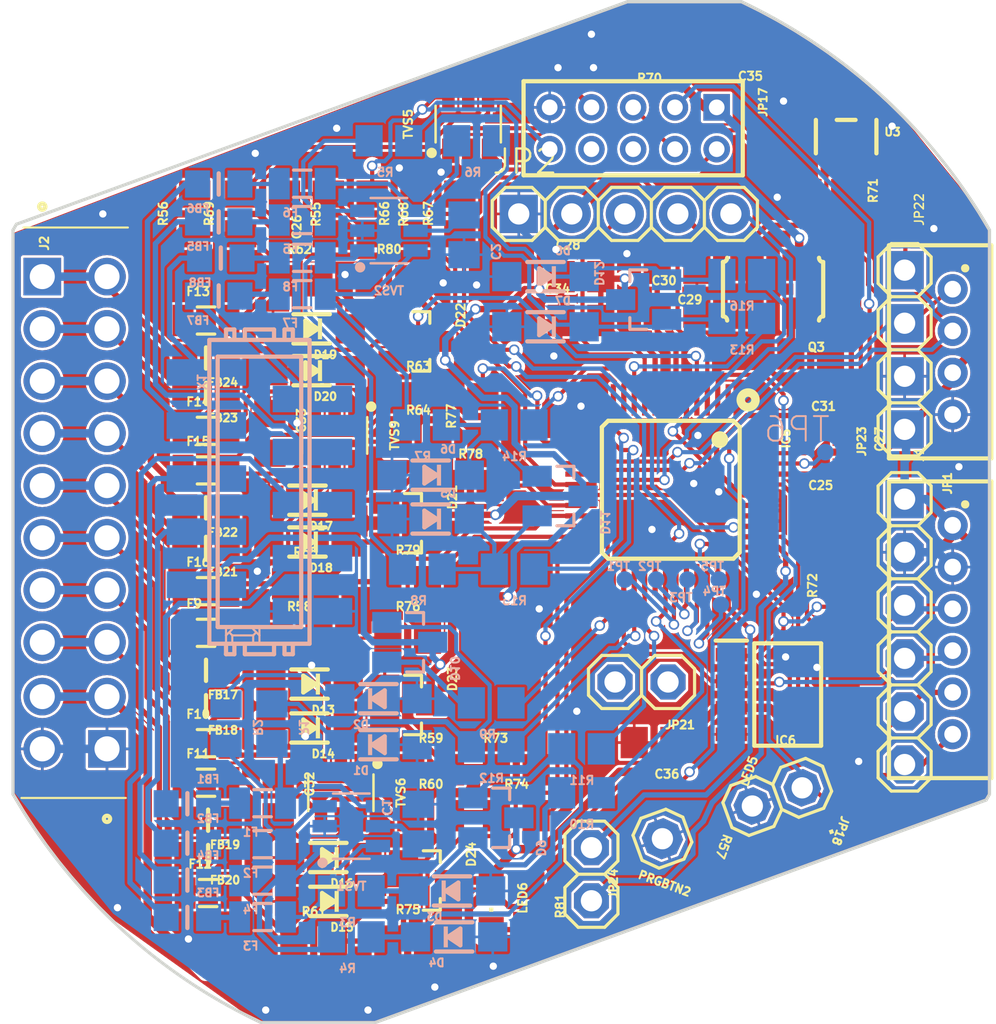
<source format=kicad_pcb>
(kicad_pcb (version 20240108) (generator "pcbnew") (generator_version "8.0")
  (layers (0 "F.Cu" signal) (31 "B.Cu" signal) (34 "B.Paste" user) (35 "F.Paste" user) (36 "B.SilkS" user "B.Silkscreen") (37 "F.SilkS" user "F.Silkscreen") (38 "B.Mask" user) (39 "F.Mask" user) (44 "Edge.Cuts" user))
  (net 0 "")
  (net 1 "GND")
  (net 2 "EIB_OUT")
  (net 3 "RESET")
  (net 4 "BUS_V")
  (net 5 "SWCLK")
  (net 6 "IO6")
  (net 7 "SWDIO")
  (net 8 "ISP_TXD")
  (net 9 "ISP_RXD")
  (net 10 "IO5")
  (net 11 "PROG")
  (net 12 "+3V3")
  (net 13 "N$26")
  (net 14 "SCL")
  (net 15 "SDA")
  (net 16 "XTALIN")
  (net 17 "IO7")
  (net 18 "IO8")
  (net 19 "MISO1")
  (net 20 "IN1")
  (net 21 "IN2")
  (net 22 "IN3")
  (net 23 "IN4")
  (net 24 "IN5")
  (net 25 "IN7")
  (net 26 "IN6")
  (net 27 "IN8")
  (net 28 "IO4")
  (net 29 "IO3")
  (net 30 "IO2")
  (net 31 "IO1")
  (net 32 "ISP_EN")
  (net 33 "SWD_SWDIO")
  (net 34 "SWD_SWCLK")
  (net 35 "SWD_RESET")
  (net 36 "SWD_ISP_EN")
  (net 37 "EIB_IN")
  (net 38 "N$28")
  (net 39 "N$29")
  (net 40 "XTAL_EN")
  (net 41 "N$30")
  (net 42 "N$31")
  (net 43 "N$32")
  (net 44 "N$33")
  (net 45 "N$34")
  (net 46 "N$35")
  (net 47 "N$36")
  (net 48 "N$37")
  (net 49 "N$13")
  (net 50 "N$15")
  (net 51 "SCK1")
  (net 52 "N$11")
  (net 53 "N$16")
  (net 54 "IO5R")
  (net 55 "IO6R")
  (net 56 "IO7R")
  (net 57 "IO8R")
  (net 58 "IO1R")
  (net 59 "IO2R")
  (net 60 "IO3R")
  (net 61 "IO4R")
  (net 62 "MOSI1")
  (net 63 "SSEL1")
  (net 64 "DBG_TXD")
  (net 65 "DBG_RXD")
  (net 66 "N$38")
  (net 67 "N$39")
  (net 68 "N$1")
  (net 69 "N$2")
  (net 70 "N$3")
  (net 71 "N$4")
  (net 72 "N$5")
  (net 73 "N$21")
  (net 74 "N$22")
  (net 75 "N$23")
  (net 76 "N$24")
  (net 77 "N$10")
  (net 78 "N$12")
  (net 79 "N$14")
  (net 80 "N$17")
  (net 81 "N$18")
  (net 82 "N$19")
  (net 83 "N$43")
  (net 84 "N$44")
  (net 85 "N$45")
  (net 86 "N$47")
  (net 87 "N$48")
  (net 88 "N$49")
  (net 89 "N$50")
  (net 90 "N$51")
  (net 91 "N$52")
  (net 92 "N$53")
  (net 93 "N$54")
  (net 94 "N$55")
  (net 95 "N$56")
  (net 96 "N$57")
  (net 97 "N$58")
  (net 98 "N$6")
  (net 99 "N$7")
  (net 100 "N$8")
  (net 101 "N$9")
  (net 102 "N$25")
  (net 103 "N$40")
  (net 104 "N$41")
  (net 105 "N$42")
  (net 106 "N$59")
  (net 107 "IO9")
  (net 108 "IO10")
  (net 109 "IO11")
  (net 110 "IO12")
  (net 111 "IO13")
  (net 112 "IO14")
  (net 113 "IO15")
  (net 114 "IO16")
  (net 115 "N$20")
  (net 116 "N$27")
  (net 117 "N$46")
  (net 118 "N$60")
  (net 119 "N$61")
  (net 120 "N$62")
  (footprint "io-16x-fused-fm:C0805_334" (layer "F.Cu") (at 137.8184 118.63205 -90)
    (property "Reference" "C32")
    (property "Value" "100nF")
  )
  (footprint "io-16x-fused-fm:2X05M" (layer "F.Cu") (at 154.8184 86.63205 180)
    (property "Reference" "JP17")
    (property "Value" "J")
  )
  (footprint "io-16x-fused-fm:SOT23_210" (layer "F.Cu") (at 144.0192 114.23205 -90)
    (property "Reference" "D23")
    (property "Value" "BAT54C")
  )
  (footprint "io-16x-fused-fm:0805L" (layer "F.Cu") (at 134.3604 95.83205)
    (property "Reference" "F13")
    (property "Value" "BSMD0805-005-33V")
  )
  (footprint "io-16x-fused-fm:FERR_0805MP" (layer "F.Cu") (at 134.3604 106.69205 180)
    (property "Reference" "FB21")
    (property "Value" "1.5kΩ@100MHz")
  )
  (footprint "io-16x-fused-fm:R0805_334" (layer "F.Cu") (at 144.0192 108.33205)
    (property "Reference" "R79")
    (property "Value" "100R")
  )
  (footprint "io-16x-fused-fm:0805L" (layer "F.Cu") (at 134.3604 108.78535)
    (property "Reference" "F16")
    (property "Value" "BSMD0805-005-33V")
  )
  (footprint "io-16x-fused-fm:CHIPLED_0805_259" (layer "F.Cu") (at 148.0184 123.93205 180)
    (property "Reference" "LED6")
    (property "Value" "")
  )
  (footprint "io-16x-fused-fm:SOD-123" (layer "F.Cu") (at 139.4184 98.23205 180)
    (property "Reference" "D20")
    (property "Value" "DDZ9684")
  )
  (footprint "io-16x-fused-fm:R0805_334" (layer "F.Cu") (at 139.1184 108.43205)
    (property "Reference" "R65")
    (property "Value" "1k")
  )
  (footprint "io-16x-fused-fm:0805L" (layer "F.Cu") (at 134.3604 110.77875)
    (property "Reference" "F9")
    (property "Value" "BSMD0805-005-33V")
  )
  (footprint "io-16x-fused-fm:R0805_334" (layer "F.Cu") (at 136.0184 90.73205 90)
    (property "Reference" "R69")
    (property "Value" "1k")
  )
  (footprint "io-16x-fused-fm:SOD-123" (layer "F.Cu") (at 139.2184 106.43205 180)
    (property "Reference" "D18")
    (property "Value" "DDZ9684")
  )
  (footprint "io-16x-fused-fm:0805L" (layer "F.Cu") (at 134.3604 103.00545)
    (property "Reference" "F15")
    (property "Value" "BSMD0805-005-33V")
  )
  (footprint "io-16x-fused-fm:R0805_334" (layer "F.Cu") (at 149.2192 119.53205)
    (property "Reference" "R74")
    (property "Value" "100R")
  )
  (footprint "io-16x-fused-fm:C0805_334" (layer "F.Cu") (at 152.3184 93.73205)
    (property "Reference" "C28")
    (property "Value" "1uF")
  )
  (footprint "io-16x-fused-fm:R0805_334" (layer "F.Cu") (at 144.0192 125.53205)
    (property "Reference" "R75")
    (property "Value" "100R")
  )
  (footprint "io-16x-fused-fm:C0805_334" (layer "F.Cu") (at 159.8184 82.63205 180)
    (property "Reference" "C35")
    (property "Value" "100nF")
  )
  (footprint "io-16x-fused-fm:R0805_334" (layer "F.Cu") (at 142.3184 90.73205 -90)
    (property "Reference" "R68")
    (property "Value" "1k")
  )
  (footprint "io-16x-fused-fm:0805L" (layer "F.Cu") (at 134.3604 116.05875)
    (property "Reference" "F10")
    (property "Value" "BSMD0805-005-33V")
  )
  (footprint "io-16x-fused-fm:SOT-23-6L" (layer "F.Cu") (at 140.5184 101.33205 -90)
    (property "Reference" "TVS9")
    (property "Value" "USBLC6-4SC6")
  )
  (footprint "io-16x-fused-fm:R0805_334" (layer "F.Cu") (at 155.6184 82.73205 180)
    (property "Reference" "R70")
    (property "Value" "3,3k")
  )
  (footprint "io-16x-fused-fm:1X02" (layer "F.Cu") (at 152.8184 122.33205 -90)
    (property "Reference" "JP24")
    (property "Value" "")
  )
  (footprint "io-16x-fused-fm:FERR_0805MP" (layer "F.Cu") (at 134.3604 112.57205 180)
    (property "Reference" "FB17")
    (property "Value" "1.5kΩ@100MHz")
  )
  (footprint "io-16x-fused-fm:R0805_334" (layer "F.Cu") (at 167.8184 89.63205 90)
    (property "Reference" "R71")
    (property "Value" "3,3k")
  )
  (footprint "io-16x-fused-fm:FERR_0805MP" (layer "F.Cu") (at 134.4604 119.74535 180)
    (property "Reference" "FB19")
    (property "Value" "1.5kΩ@100MHz")
  )
  (footprint "io-16x-fused-fm:R0805_334" (layer "F.Cu") (at 145.1184 117.33205)
    (property "Reference" "R59")
    (property "Value" "1k")
  )
  (footprint "io-16x-fused-fm:SOT23-5" (layer "F.Cu") (at 165.0184 87.03205)
    (property "Reference" "U3")
    (property "Value" "EEPROM")
  )
  (footprint "io-16x-fused-fm:R0805_334" (layer "F.Cu") (at 159.6184 121.93205 -160)
    (property "Reference" "R57")
    (property "Value" "1k")
  )
  (footprint "io-16x-fused-fm:SOD-123" (layer "F.Cu") (at 139.3184 113.23205 180)
    (property "Reference" "D13")
    (property "Value" "DDZ9684")
  )
  (footprint "io-16x-fused-fm:R0805_334" (layer "F.Cu") (at 138.1184 90.73205 -90)
    (property "Reference" "R55")
    (property "Value" "100k")
  )
  (footprint "io-16x-fused-fm:1X05" (layer "F.Cu") (at 154.4184 90.73205)
    (property "Reference" "JP2")
    (property "Value" "")
  )
  (footprint "io-16x-fused-fm:R0805_334" (layer "F.Cu") (at 144.0192 111.03205)
    (property "Reference" "R76")
    (property "Value" "100R")
  )
  (footprint "io-16x-fused-fm:C0805_334" (layer "F.Cu") (at 152.3184 95.83205)
    (property "Reference" "C34")
    (property "Value" "100nF")
  )
  (footprint "io-16x-fused-fm:R0805_334" (layer "F.Cu") (at 145.1184 119.53205)
    (property "Reference" "R60")
    (property "Value" "1k")
  )
  (footprint "io-16x-fused-fm:SOD-123" (layer "F.Cu") (at 140.2184 123.63205 180)
    (property "Reference" "D15")
    (property "Value" "DDZ9684")
  )
  (footprint "io-16x-fused-fm:1X02" (layer "F.Cu") (at 155.2184 113.13205 180)
    (property "Reference" "JP21")
    (property "Value" "")
  )
  (footprint "io-16x-fused-fm:SOT-23-6L" (layer "F.Cu") (at 146.9184 86.43205 90)
    (property "Reference" "TVS5")
    (property "Value" "USBLC6-4SC6")
  )
  (footprint "io-16x-fused-fm:C0805_334" (layer "F.Cu") (at 140.2184 90.73205 90)
    (property "Reference" "C26")
    (property "Value" "10nF")
  )
  (footprint "io-16x-fused-fm:SOD-123" (layer "F.Cu") (at 139.3184 115.33205 180)
    (property "Reference" "D14")
    (property "Value" "DDZ9684")
  )
  (footprint "io-16x-fused-fm:SOT-23-6L" (layer "F.Cu") (at 140.8184 118.43205 -90)
    (property "Reference" "TVS6")
    (property "Value" "USBLC6-4SC6")
  )
  (footprint "io-16x-fused-fm:C0805_334" (layer "F.Cu") (at 137.4184 101.23205 -90)
    (property "Reference" "C33")
    (property "Value" "100nF")
  )
  (footprint "io-16x-fused-fm:LQFP48" (layer "F.Cu") (at 156.6184 103.93205 -90)
    (property "Reference" "IC5")
    (property "Value" "LPC1115")
  )
  (footprint "io-16x-fused-fm:R0805_334" (layer "F.Cu") (at 139.5184 125.63205)
    (property "Reference" "R61")
    (property "Value" "1k")
  )
  (footprint "io-16x-fused-fm:R0805_334" (layer "F.Cu") (at 138.8184 111.03205)
    (property "Reference" "R58")
    (property "Value" "1k")
  )
  (footprint "io-16x-fused-fm:SOT23_210" (layer "F.Cu") (at 144.4192 96.83205 -90)
    (property "Reference" "D22")
    (property "Value" "BAT54C")
  )
  (footprint "io-16x-fused-fm:C0805_334" (layer "F.Cu") (at 165.1184 102.13205 -90)
    (property "Reference" "C27")
    (property "Value" "100nF")
  )
  (footprint "io-16x-fused-fm:R0805_334" (layer "F.Cu") (at 144.5184 101.63205)
    (property "Reference" "R64")
    (property "Value" "1k")
  )
  (footprint "io-16x-fused-fm:R0805_334" (layer "F.Cu") (at 144.5184 99.53205)
    (property "Reference" "R63")
    (property "Value" "1k")
  )
  (footprint "io-16x-fused-fm:SOD-123" (layer "F.Cu") (at 139.2184 104.43205 180)
    (property "Reference" "D17")
    (property "Value" "DDZ9684")
  )
  (footprint "io-16x-fused-fm:CHIPLED_0805_259" (layer "F.Cu") (at 164.2184 120.33205 -70)
    (property "Reference" "LED5")
    (property "Value" "red SMD")
  )
  (footprint "io-16x-fused-fm:FERR_0805MP" (layer "F.Cu") (at 134.3604 97.62545 180)
    (property "Reference" "FB24")
    (property "Value" "1.5kΩ@100MHz")
  )
  (footprint "io-16x-fused-fm:SOIC127P600X175-8N" (layer "F.Cu") (at 162.2184 113.73205)
    (property "Reference" "IC6")
    (property "Value" "ATAES132A-SHEQ-T")
  )
  (footprint "io-16x-fused-fm:FERR_0805MP" (layer "F.Cu") (at 134.4604 121.43875 180)
    (property "Reference" "FB20")
    (property "Value" "1.5kΩ@100MHz")
  )
  (footprint "io-16x-fused-fm:C0805_334" (layer "F.Cu") (at 156.9184 95.43205)
    (property "Reference" "C30")
    (property "Value" "100pF")
  )
  (footprint "io-16x-fused-fm:R0805_334" (layer "F.Cu") (at 149.8184 123.83205 -90)
    (property "Reference" "R81")
    (property "Value" "1k")
  )
  (footprint "io-16x-fused-fm:R0805_334" (layer "F.Cu") (at 147.6184 100.43125 90)
    (property "Reference" "R77")
    (property "Value" "100R")
  )
  (footprint "io-16x-fused-fm:SOT23_210" (layer "F.Cu") (at 144.0192 105.53205 -90)
    (property "Reference" "D21")
    (property "Value" "BAT54C")
  )
  (footprint "io-16x-fused-fm:SOD-123" (layer "F.Cu") (at 139.4184 96.23205 180)
    (property "Reference" "D19")
    (property "Value" "DDZ9684")
  )
  (footprint "io-16x-fused-fm:FERR_0805MP" (layer "F.Cu") (at 134.3604 99.31875 180)
    (property "Reference" "FB23")
    (property "Value" "1.5kΩ@100MHz")
  )
  (footprint "io-16x-fused-fm:62000411622" (layer "F.Cu") (at 169.5184 97.33205 90)
    (property "Reference" "JP22")
    (property "Value" " 62000411622 ")
  )
  (footprint "io-16x-fused-fm:ASF_204" (layer "F.Cu") (at 161.5184 94.33205 180)
    (property "Reference" "Q3")
    (property "Value" "ASFL")
  )
  (footprint "io-16x-fused-fm:1X01" (layer "F.Cu") (at 156.2184 120.63205 110)
    (property "Reference" "PRGBTN2")
    (property "Value" "")
  )
  (footprint "io-16x-fused-fm:0805L" (layer "F.Cu") (at 134.3604 101.11205)
    (property "Reference" "F14")
    (property "Value" "BSMD0805-005-33V")
  )
  (footprint "io-16x-fused-fm:R0805_334" (layer "F.Cu") (at 144.4184 90.73205 90)
    (property "Reference" "R66")
    (property "Value" "1k")
  )
  (footprint "io-16x-fused-fm:0805L" (layer "F.Cu") (at 134.4604 123.23205)
    (property "Reference" "F12")
    (property "Value" "BSMD0805-005-33V")
  )
  (footprint "io-16x-fused-fm:R0805_334" (layer "F.Cu") (at 164.9184 108.53205 90)
    (property "Reference" "R72")
    (property "Value" "100k")
  )
  (footprint "io-16x-fused-fm:1770953_40006276" (layer "F.Cu") (at 129.6184 116.33205 90)
    (property "Reference" "J3")
    (property "Value" "1770953")
  )
  (footprint "io-16x-fused-fm:C0805_334" (layer "F.Cu") (at 163.3184 97.43205 180)
    (property "Reference" "C31")
    (property "Value" "10nF")
  )
  (footprint "io-16x-fused-fm:1771017_40006276" (layer "F.Cu") (at 126.5184 93.73205 -90)
    (property "Reference" "J2")
    (property "Value" "1771017")
  )
  (footprint "io-16x-fused-fm:C0805_334" (layer "F.Cu") (at 164.4184 105.23205)
    (property "Reference" "C25")
    (property "Value" "1uF")
  )
  (footprint "io-16x-fused-fm:R0805_334" (layer "F.Cu") (at 147.0192 103.73205)
    (property "Reference" "R78")
    (property "Value" "100R")
  )
  (footprint "io-16x-fused-fm:C0805_334" (layer "F.Cu") (at 155.8184 116.03205 180)
    (property "Reference" "C36")
    (property "Value" "100nF")
  )
  (footprint "io-16x-fused-fm:62000611622_15818693" (layer "F.Cu") (at 169.5184 110.63205 90)
    (property "Reference" "J1")
    (property "Value" " 62000611622 ")
  )
  (footprint "io-16x-fused-fm:SOT23_210" (layer "F.Cu") (at 144.9192 122.63205 -90)
    (property "Reference" "D24")
    (property "Value" "BAT54C")
  )
  (footprint "io-16x-fused-fm:1X04" (layer "F.Cu") (at 167.8184 97.23205 90)
    (property "Reference" "JP23")
    (property "Value" "")
  )
  (footprint "io-16x-fused-fm:R0805_334" (layer "F.Cu") (at 138.8184 93.93205)
    (property "Reference" "R62")
    (property "Value" "1k")
  )
  (footprint "io-16x-fused-fm:R0805_334" (layer "F.Cu") (at 133.8184 90.73205 90)
    (property "Reference" "R56")
    (property "Value" "100k")
  )
  (footprint "io-16x-fused-fm:1X02" (layer "F.Cu") (at 161.7184 118.63205 -160)
    (property "Reference" "JP18")
    (property "Value" "")
  )
  (footprint "io-16x-fused-fm:R0805_334" (layer "F.Cu") (at 149.2192 117.33205)
    (property "Reference" "R73")
    (property "Value" "100R")
  )
  (footprint "io-16x-fused-fm:1X06-S" (layer "F.Cu") (at 167.8184 110.73205 -90)
    (property "Reference" "JP1")
    (property "Value" "")
  )
  (footprint "io-16x-fused-fm:C0805_334" (layer "F.Cu") (at 156.9184 93.33205 180)
    (property "Reference" "C29")
    (property "Value" "220pF")
  )
  (footprint "io-16x-fused-fm:FERR_0805MP" (layer "F.Cu") (at 134.3604 104.79875 180)
    (property "Reference" "FB22")
    (property "Value" "1.5kΩ@100MHz")
  )
  (footprint "io-16x-fused-fm:0805L" (layer "F.Cu") (at 134.3604 117.95205)
    (property "Reference" "F11")
    (property "Value" "BSMD0805-005-33V")
  )
  (footprint "io-16x-fused-fm:R0805_334" (layer "F.Cu") (at 146.5184 90.73205 90)
    (property "Reference" "R67")
    (property "Value" "1k")
  )
  (footprint "io-16x-fused-fm:FERR_0805MP" (layer "F.Cu") (at 134.3604 114.26535 180)
    (property "Reference" "FB18")
    (property "Value" "1.5kΩ@100MHz")
  )
  (footprint "io-16x-fused-fm:SOD-123" (layer "F.Cu") (at 140.2184 121.53205 180)
    (property "Reference" "D16")
    (property "Value" "DDZ9684")
  )
  (footprint "io-16x-fused-fm:R0805_334" (layer "F.Cu") (at 143.1192 93.93205)
    (property "Reference" "R80")
    (property "Value" "100R")
  )
  (footprint "io-16x-fused-fm:SOT23_210" (layer "B.Cu") (at 148.2426 119.63205 90)
    (property "Reference" "D9")
    (property "Value" "BAT54C")
  )
  (footprint "io-16x-fused-fm:R0805_334" (layer "B.Cu") (at 149.1184 107.73205)
    (property "Reference" "R15")
    (property "Value" "100R")
  )
  (footprint "io-16x-fused-fm:R0805_334" (layer "B.Cu") (at 144.9184 100.83205)
    (property "Reference" "R7")
    (property "Value" "1k")
  )
  (footprint "io-16x-fused-fm:R0805_334" (layer "B.Cu") (at 137.5184 115.13205 90)
    (property "Reference" "R1")
    (property "Value" "1k")
  )
  (footprint "io-16x-fused-fm:R0805_334" (layer "B.Cu") (at 148.0184 114.13205)
    (property "Reference" "R9")
    (property "Value" "100R")
  )
  (footprint "io-16x-fused-fm:FERR_0805MP" (layer "B.Cu") (at 133.4684 124.39875 180)
    (property "Reference" "FB3")
    (property "Value" "1.5kΩ@100MHz")
  )
  (footprint "io-16x-fused-fm:SOD-123" (layer "B.Cu") (at 146.1426 123.13205)
    (property "Reference" "D3")
    (property "Value" "DDZ9684")
  )
  (footprint "io-16x-fused-fm:R0805_334" (layer "B.Cu") (at 152.3426 116.33205)
    (property "Reference" "R11")
    (property "Value" "100R")
  )
  (footprint "io-16x-fused-fm:R0805_334" (layer "B.Cu") (at 160.0184 95.73205)
    (property "Reference" "R13")
    (property "Value" "100R")
  )
  (footprint "io-16x-fused-fm:C0805_334" (layer "B.Cu") (at 146.7184 91.73205 90)
    (property "Reference" "C2")
    (property "Value" "100nF")
  )
  (footprint "io-16x-fused-fm:FERR_0805MP" (layer "B.Cu") (at 133.4684 120.84535 180)
    (property "Reference" "FB2")
    (property "Value" "1.5kΩ@100MHz")
  )
  (footprint "io-16x-fused-fm:SOD-123" (layer "B.Cu") (at 146.2426 125.33205)
    (property "Reference" "D4")
    (property "Value" "DDZ9684")
  )
  (footprint "io-16x-fused-fm:SOD-123" (layer "B.Cu") (at 145.1184 103.23205 180)
    (property "Reference" "D6")
    (property "Value" "DDZ9684")
  )
  (footprint "io-16x-fused-fm:FERR_0805MP" (layer "B.Cu") (at 134.9684 89.29875)
    (property "Reference" "FB6")
    (property "Value" "1.5kΩ@100MHz")
  )
  (footprint "io-16x-fused-fm:FERR_0805MP" (layer "B.Cu") (at 133.4684 118.95875 180)
    (property "Reference" "FB1")
    (property "Value" "1.5kΩ@100MHz")
  )
  (footprint "io-16x-fused-fm:0805L" (layer "B.Cu") (at 137.0684 124.37875)
    (property "Reference" "F3")
    (property "Value" "BSMD0805-005-33V")
  )
  (footprint "io-16x-fused-fm:R0805_334" (layer "B.Cu") (at 144.7184 107.73205)
    (property "Reference" "R8")
    (property "Value" "1k")
  )
  (footprint "io-16x-fused-fm:FERR_0805MP" (layer "B.Cu") (at 133.4684 122.61205 180)
    (property "Reference" "FB4")
    (property "Value" "1.5kΩ@100MHz")
  )
  (footprint "io-16x-fused-fm:TP08R_385" (layer "B.Cu") (at 164.0184 102.13205 180)
    (property "Reference" "TP6")
    (property "Value" "TPSQTP08R")
  )
  (footprint "io-16x-fused-fm:R0805_334" (layer "B.Cu") (at 147.3184 87.23205)
    (property "Reference" "R6")
    (property "Value" "1k")
  )
  (footprint "io-16x-fused-fm:SOT23_210" (layer "B.Cu") (at 144.1184 111.23205 90)
    (property "Reference" "D10")
    (property "Value" "BAT54C")
  )
  (footprint "io-16x-fused-fm:SOT-23-6L" (layer "B.Cu") (at 143.1184 91.53205)
    (property "Reference" "TVS2")
    (property "Value" "USBLC6-4SC6")
  )
  (footprint "io-16x-fused-fm:R0805_334" (layer "B.Cu") (at 141.3184 125.33205)
    (property "Reference" "R4")
    (property "Value" "1k")
  )
  (footprint "io-16x-fused-fm:SOT-23-6L" (layer "B.Cu") (at 141.3184 120.03205)
    (property "Reference" "TVS1")
    (property "Value" "USBLC6-4SC6")
  )
  (footprint "io-16x-fused-fm:C0805_334" (layer "B.Cu") (at 144.5184 119.93205 -90)
    (property "Reference" "C1")
    (property "Value" "100nF")
  )
  (footprint "io-16x-fused-fm:SOD-123" (layer "B.Cu") (at 150.6184 93.73205 180)
    (property "Reference" "D8")
    (property "Value" "DDZ9684")
  )
  (footprint "io-16x-fused-fm:SOD-123" (layer "B.Cu") (at 142.6184 113.93205)
    (property "Reference" "D2")
    (property "Value" "DDZ9684")
  )
  (footprint "io-16x-fused-fm:R0805_334" (layer "B.Cu") (at 152.3426 118.43205)
    (property "Reference" "R10")
    (property "Value" "100R")
  )
  (footprint "io-16x-fused-fm:SOD-123" (layer "B.Cu") (at 150.6184 96.13205 180)
    (property "Reference" "D7")
    (property "Value" "DDZ9684")
  )
  (footprint "io-16x-fused-fm:FERR_0805MP" (layer "B.Cu") (at 134.9684 94.65875)
    (property "Reference" "FB7")
    (property "Value" "1.5kΩ@100MHz")
  )
  (footprint "io-16x-fused-fm:0805L" (layer "B.Cu") (at 137.0684 120.89205)
    (property "Reference" "F2")
    (property "Value" "BSMD0805-005-33V")
  )
  (footprint "io-16x-fused-fm:R0805_334" (layer "B.Cu") (at 149.1184 100.83205)
    (property "Reference" "R14")
    (property "Value" "100R")
  )
  (footprint "io-16x-fused-fm:SOD-123" (layer "B.Cu") (at 142.6184 116.13205)
    (property "Reference" "D1")
    (property "Value" "DDZ9684")
  )
  (footprint "io-16x-fused-fm:FERR_0805MP" (layer "B.Cu") (at 134.9684 91.11205)
    (property "Reference" "FB5")
    (property "Value" "1.5kΩ@100MHz")
  )
  (footprint "io-16x-fused-fm:R0805_334" (layer "B.Cu") (at 160.0184 93.63205)
    (property "Reference" "R16")
    (property "Value" "100R")
  )
  (footprint "io-16x-fused-fm:0805L" (layer "B.Cu") (at 137.0684 118.93205)
    (property "Reference" "F1")
    (property "Value" "BSMD0805-005-33V")
  )
  (footprint "io-16x-fused-fm:SOT23_210" (layer "B.Cu") (at 151.3184 104.23205 90)
    (property "Reference" "D11")
    (property "Value" "BAT54C")
  )
  (footprint "io-16x-fused-fm:TP08R_385" (layer "B.Cu") (at 159.0184 109.43205 180)
    (property "Reference" "TP4")
    (property "Value" "TPSQTP08R")
  )
  (footprint "io-16x-fused-fm:R0805_334" (layer "B.Cu") (at 135.3184 115.13205 90)
    (property "Reference" "R2")
    (property "Value" "1k")
  )
  (footprint "io-16x-fused-fm:TP08R_385" (layer "B.Cu") (at 154.4184 108.23205 180)
    (property "Reference" "TP1")
    (property "Value" "TPSQTP08R")
  )
  (footprint "io-16x-fused-fm:TP08R_385" (layer "B.Cu") (at 155.9184 108.23205 180)
    (property "Reference" "TP2")
    (property "Value" "TPSQTP08R")
  )
  (footprint "io-16x-fused-fm:TP08R_385" (layer "B.Cu") (at 157.4184 108.23205 180)
    (property "Reference" "TP3")
    (property "Value" "TPSQTP08R")
  )
  (footprint "io-16x-fused-fm:R0805_334" (layer "B.Cu") (at 141.3184 123.13205)
    (property "Reference" "R3")
    (property "Value" "1k")
  )
  (footprint "io-16x-fused-fm:SOT23_210" (layer "B.Cu") (at 155.3184 94.83205 -90)
    (property "Reference" "D12")
    (property "Value" "BAT54C")
  )
  (footprint "io-16x-fused-fm:0805L" (layer "B.Cu") (at 138.9684 91.02535)
    (property "Reference" "F5")
    (property "Value" "BSMD0805-005-33V")
  )
  (footprint "io-16x-fused-fm:FERR_0805MP" (layer "B.Cu") (at 135.0684 92.84535)
    (property "Reference" "FB8")
    (property "Value" "1.5kΩ@100MHz")
  )
  (footprint "io-16x-fused-fm:MICROMATCH-10SMD" (layer "B.Cu") (at 136.9184 104.03205 -90)
    (property "Reference" "X1")
    (property "Value" "MICROMATCH-10SMD")
  )
  (footprint "io-16x-fused-fm:R0805_334" (layer "B.Cu") (at 143.1184 87.23205)
    (property "Reference" "R5")
    (property "Value" "1k")
  )
  (footprint "io-16x-fused-fm:0805L" (layer "B.Cu") (at 138.9684 92.83205)
    (property "Reference" "F8")
    (property "Value" "BSMD0805-005-33V")
  )
  (footprint "io-16x-fused-fm:0805L" (layer "B.Cu") (at 138.9684 89.28535)
    (property "Reference" "F6")
    (property "Value" "BSMD0805-005-33V")
  )
  (footprint "io-16x-fused-fm:TP08R_385" (layer "B.Cu") (at 158.9184 108.23205 180)
    (property "Reference" "TP5")
    (property "Value" "TPSQTP08R")
  )
  (footprint "io-16x-fused-fm:0805L" (layer "B.Cu") (at 137.0684 122.63875)
    (property "Reference" "F4")
    (property "Value" "BSMD0805-005-33V")
  )
  (footprint "io-16x-fused-fm:0805L" (layer "B.Cu") (at 138.9684 94.57205)
    (property "Reference" "F7")
    (property "Value" "BSMD0805-005-33V")
  )
  (footprint "io-16x-fused-fm:SOD-123" (layer "B.Cu") (at 145.1184 105.33205 180)
    (property "Reference" "D5")
    (property "Value" "DDZ9684")
  )
  (footprint "io-16x-fused-fm:R0805_334" (layer "B.Cu") (at 148.0184 116.23205)
    (property "Reference" "R12")
    (property "Value" "100R")
  )
  (gr_line (start 154.5439 80.57515) (end 125.2809 91.22595) (stroke (width 0.1524)) (layer "Edge.Cuts"))
  (gr_line (start 137.0011 129.43205) (end 142.4583 129.43205) (stroke (width 0.1524)) (layer "Edge.Cuts"))
  (gr_line (start 142.4583 129.43205) (end 171.7213 118.78115) (stroke (width 0.1524)) (layer "Edge.Cuts"))
  (gr_arc (start 160.0011 80.57515) (mid 166.778363 85.130442) (end 171.8838 91.50355) (stroke (width 0.1524)) (layer "Edge.Cuts"))
  (gr_line (start 171.8838 91.50355) (end 171.8838 118.50355) (stroke (width 0.1524)) (layer "Edge.Cuts"))
  (gr_arc (start 171.8838 118.50355) (mid 171.802963 118.642592) (end 171.7213 118.78115) (stroke (width 0.1524)) (layer "Edge.Cuts"))
  (gr_line (start 125.1184 91.50355) (end 125.1184 118.50355) (stroke (width 0.1524)) (layer "Edge.Cuts"))
  (gr_line (start 154.5439 80.57515) (end 160.0011 80.57515) (stroke (width 0.1524)) (layer "Edge.Cuts"))
  (gr_arc (start 125.1184 91.50355) (mid 125.199237 91.364508) (end 125.2809 91.22595) (stroke (width 0.1524)) (layer "Edge.Cuts"))
  (gr_arc (start 137.0011 129.43205) (mid 130.223829 124.876708) (end 125.1184 118.50355) (stroke (width 0.1524)) (layer "Edge.Cuts"))
  (segment (start 165.0184 86.68195) (end 165.0184 88.33215) (width 0.254) (layer "F.Cu") (net 1))
  (segment (start 138.983862 98.23205) (end 138.919781 98.23205) (width 0.254) (layer "F.Cu") (net 1))
  (segment (start 160.6684 84.43205) (end 162.7685 84.43205) (width 0.254) (layer "F.Cu") (net 1))
  (segment (start 162.7685 84.43205) (end 164.0684 85.73195) (width 0.254) (layer "F.Cu") (net 1))
  (segment (start 138.2684 100.28205) (end 138.7184 100.73205) (width 0.2) (layer "F.Cu") (net 1))
  (segment (start 157.3684 99.63205) (end 157.3684 100.78205) (width 0.254) (layer "F.Cu") (net 1))
  (segment (start 137.5684 96.23205) (end 137.5684 98.23205) (width 0.3048) (layer "F.Cu") (net 1))
  (segment (start 157.9184 101.33205) (end 157.3684 100.78205) (width 0.254) (layer "F.Cu") (net 1))
  (segment (start 158.8684 82.63205) (end 160.6684 84.43205) (width 0.254) (layer "F.Cu") (net 1))
  (segment (start 138.919781 98.23205) (end 137.5684 98.23205) (width 0.3048) (layer "F.Cu") (net 1))
  (segment (start 159.5684 104.68205) (end 158.9184 104.03205) (width 0.2) (layer "F.Cu") (net 1))
  (segment (start 137.4184 100.28205) (end 138.2684 100.28205) (width 0.2) (layer "F.Cu") (net 1))
  (segment (start 140.5184 99.766588) (end 138.983862 98.23205) (width 0.254) (layer "F.Cu") (net 1))
  (segment (start 140.5184 100.05665) (end 140.5184 99.766588) (width 0.254) (layer "F.Cu") (net 1))
  (segment (start 151.3684 92.682047) (end 151.3684 93.73205) (width 0.3048) (layer "F.Cu") (net 1))
  (segment (start 164.0684 85.73195) (end 165.0184 86.68195) (width 0.254) (layer "F.Cu") (net 1))
  (segment (start 137.3684 106.43205) (end 137.3684 104.43205) (width 0.3048) (layer "F.Cu") (net 1))
  (segment (start 151.1184 92.43205) (end 151.3684 92.682047) (width 0.3048) (layer "F.Cu") (net 1))
  (segment (start 160.9184 104.68205) (end 159.5684 104.68205) (width 0.2) (layer "F.Cu") (net 1))
  (segment (start 151.3684 93.73205) (end 151.3684 95.83205) (width 0.3048) (layer "F.Cu") (net 1))
  (via (at 140.6184 86.63205) (size 0.5024) (drill 0.35) (layers "F.Cu" "B.Cu") (net 1))
  (via (at 129.4184 90.73205) (size 0.5024) (drill 0.35) (layers "F.Cu" "B.Cu") (net 1))
  (via (at 151.0184 97.53205) (size 0.5024) (drill 0.35) (layers "F.Cu" "B.Cu") (net 1))
  (via (at 152.3184 99.93205) (size 0.5024) (drill 0.35) (layers "F.Cu" "B.Cu") (net 1))
  (via (at 137.2184 128.83205) (size 0.5024) (drill 0.35) (layers "F.Cu" "B.Cu") (net 1))
  (via (at 161.7184 89.93205) (size 0.5024) (drill 0.35) (layers "F.Cu" "B.Cu") (net 1))
  (via (at 160.7184 108.93205) (size 0.5024) (drill 0.35) (layers "F.Cu" "B.Cu") (net 1))
  (via (at 148.1184 126.73205) (size 0.5024) (drill 0.35) (layers "F.Cu" "B.Cu") (net 1))
  (via (at 162.1184 111.93205) (size 0.5024) (drill 0.35) (layers "F.Cu" "B.Cu") (net 1))
  (via (at 157.7184 103.63205) (size 0.5024) (drill 0.35) (layers "F.Cu" "B.Cu") (net 1))
  (via (at 141.0184 93.63205) (size 0.5024) (drill 0.35) (layers "F.Cu" "B.Cu") (net 1))
  (via (at 139.4184 112.33205) (size 0.5024) (drill 0.35) (layers "F.Cu" "B.Cu") (net 1))
  (via (at 158.9184 104.03205) (size 0.6) (drill 0.35) (layers "F.Cu" "B.Cu") (net 1))
  (via (at 152.1184 114.53205) (size 0.5024) (drill 0.35) (layers "F.Cu" "B.Cu") (net 1))
  (via (at 151.2184 83.73205) (size 0.5024) (drill 0.35) (layers "F.Cu" "B.Cu") (net 1))
  (via (at 152.8184 82.13205) (size 0.5024) (drill 0.35) (layers "F.Cu" "B.Cu") (net 1))
  (via (at 165.6184 116.93205) (size 0.5024) (drill 0.35) (layers "F.Cu" "B.Cu") (net 1))
  (via (at 147.3184 94.13205) (size 0.5024) (drill 0.35) (layers "F.Cu" "B.Cu") (net 1))
  (via (at 170.4184 102.83205) (size 0.5024) (drill 0.35) (layers "F.Cu" "B.Cu") (net 1))
  (via (at 167.2184 86.53205) (size 0.5024) (drill 0.35) (layers "F.Cu" "B.Cu") (net 1))
  (via (at 145.6184 88.73205) (size 0.5024) (drill 0.35) (layers "F.Cu" "B.Cu") (net 1))
  (via (at 145.7184 94.03205) (size 0.5024) (drill 0.35) (layers "F.Cu" "B.Cu") (net 1))
  (via (at 130.1184 123.93205) (size 0.5024) (drill 0.35) (layers "F.Cu" "B.Cu") (net 1))
  (via (at 162.0184 85.33205) (size 0.5024) (drill 0.35) (layers "F.Cu" "B.Cu") (net 1))
  (via (at 142.1184 128.83205) (size 0.5024) (drill 0.35) (layers "F.Cu" "B.Cu") (net 1))
  (via (at 139.1184 115.73205) (size 0.5024) (drill 0.35) (layers "F.Cu" "B.Cu") (net 1))
  (via (at 133.5184 125.43205) (size 0.5024) (drill 0.35) (layers "F.Cu" "B.Cu") (net 1))
  (via (at 157.9184 101.33205) (size 0.6) (drill 0.35) (layers "F.Cu" "B.Cu") (net 1))
  (via (at 136.8184 107.83205) (size 0.5024) (drill 0.35) (layers "F.Cu" "B.Cu") (net 1))
  (via (at 150.3184 109.63205) (size 0.5024) (drill 0.35) (layers "F.Cu" "B.Cu") (net 1))
  (via (at 155.7184 105.83205) (size 0.5024) (drill 0.35) (layers "F.Cu" "B.Cu") (net 1))
  (via (at 143.6184 88.53205) (size 0.5024) (drill 0.35) (layers "F.Cu" "B.Cu") (net 1))
  (via (at 154.5184 92.63205) (size 0.5024) (drill 0.35) (layers "F.Cu" "B.Cu") (net 1))
  (via (at 145.3184 127.73205) (size 0.5024) (drill 0.35) (layers "F.Cu" "B.Cu") (net 1))
  (via (at 163.6184 112.43205) (size 0.5024) (drill 0.35) (layers "F.Cu" "B.Cu") (net 1))
  (via (at 138.7184 100.73205) (size 0.5024) (drill 0.35) (layers "F.Cu" "B.Cu") (net 1))
  (via (at 151.1184 92.43205) (size 0.5024) (drill 0.35) (layers "F.Cu" "B.Cu") (net 1))
  (via (at 136.7184 87.83205) (size 0.5024) (drill 0.35) (layers "F.Cu" "B.Cu") (net 1))
  (via (at 169.2184 91.43205) (size 0.5024) (drill 0.35) (layers "F.Cu" "B.Cu") (net 1))
  (via (at 152.9184 83.73205) (size 0.5024) (drill 0.35) (layers "F.Cu" "B.Cu") (net 1))
  (segment (start 150.4184 92.43205) (end 149.3384 91.35205) (width 0.3048) (layer "B.Cu") (net 1))
  (segment (start 126.5184 116.33205) (end 129.6184 116.33205) (width 0.4064) (layer "B.Cu") (net 1))
  (segment (start 167.8184 106.92205) (end 169.4084 106.92205) (width 0.4064) (layer "B.Cu") (net 1))
  (segment (start 169.4084 106.92205) (end 170.1184 107.63205) (width 0.4064) (layer "B.Cu") (net 1))
  (segment (start 150.4184 92.43205) (end 151.1184 92.43205) (width 0.3048) (layer "B.Cu") (net 1))
  (segment (start 149.3384 90.73205) (end 149.3384 91.35205) (width 0.3048) (layer "B.Cu") (net 1))
  (segment (start 152.3184 103.18205) (end 153.2184 103.18205) (width 0.2) (layer "F.Cu") (net 2))
  (segment (start 153.4966 103.46025) (end 153.2184 103.18205) (width 0.2) (layer "F.Cu") (net 2))
  (segment (start 156.3184 103.46025) (end 153.4966 103.46025) (width 0.2) (layer "F.Cu") (net 2))
  (via (at 156.3184 103.46025) (size 0.5024) (drill 0.35) (layers "F.Cu" "B.Cu") (net 2))
  (segment (start 161.300106 97.20505) (end 157.3914 101.113757) (width 0.2) (layer "B.Cu") (net 2))
  (segment (start 157.3914 101.35905) (end 157.0966 101.65385) (width 0.2) (layer "B.Cu") (net 2))
  (segment (start 157.0966 101.65385) (end 156.742118 101.65385) (width 0.2) (layer "B.Cu") (net 2))
  (segment (start 162.3724 92.915025) (end 160.089425 90.63205) (width 0.2) (layer "B.Cu") (net 2))
  (segment (start 162.3724 96.611525) (end 161.778875 97.20505) (width 0.2) (layer "B.Cu") (net 2))
  (segment (start 160.089425 90.63205) (end 159.5984 90.63205) (width 0.2) (layer "B.Cu") (net 2))
  (segment (start 156.3184 102.077569) (end 156.3184 103.46025) (width 0.2) (layer "B.Cu") (net 2))
  (segment (start 156.742118 101.65385) (end 156.3184 102.077569) (width 0.2) (layer "B.Cu") (net 2))
  (segment (start 157.3914 101.113757) (end 157.3914 101.35905) (width 0.2) (layer "B.Cu") (net 2))
  (segment (start 162.3724 92.915025) (end 162.3724 96.611525) (width 0.2) (layer "B.Cu") (net 2))
  (segment (start 161.778875 97.20505) (end 161.300106 97.20505) (width 0.2) (layer "B.Cu") (net 2))
  (segment (start 159.4984 90.73205) (end 159.5984 90.63205) (width 0.2) (layer "B.Cu") (net 2))
  (segment (start 155.7598 89.559263) (end 155.7598 91.402425) (width 0.2) (layer "F.Cu") (net 3))
  (segment (start 147.497 89.823625) (end 148.329975 88.99065) (width 0.2) (layer "F.Cu") (net 3))
  (segment (start 147.497 90.624475) (end 147.497 89.823625) (width 0.2) (layer "F.Cu") (net 3))
  (segment (start 148.329975 88.99065) (end 155.191187 88.99065) (width 0.2) (layer "F.Cu") (net 3))
  (segment (start 140.2184 89.78205) (end 138.1184 89.78205) (width 0.2) (layer "F.Cu") (net 3))
  (segment (start 157.9184 96.43205) (end 158.3684 96.88205) (width 0.2) (layer "F.Cu") (net 3))
  (segment (start 158.3684 96.88205) (end 158.3684 99.63205) (width 0.2) (layer "F.Cu") (net 3))
  (segment (start 156.9454 96.230075) (end 157.147375 96.43205) (width 0.2) (layer "F.Cu") (net 3))
  (segment (start 155.7598 91.402425) (end 156.9454 92.588025) (width 0.2) (layer "F.Cu") (net 3))
  (segment (start 157.147375 96.43205) (end 157.9184 96.43205) (width 0.2) (layer "F.Cu") (net 3))
  (segment (start 155.191187 88.99065) (end 155.7598 89.559263) (width 0.2) (layer "F.Cu") (net 3))
  (segment (start 147.389425 90.73205) (end 147.497 90.624475) (width 0.2) (layer "F.Cu") (net 3))
  (segment (start 143.2684 90.73205) (end 147.389425 90.73205) (width 0.2) (layer "F.Cu") (net 3))
  (segment (start 142.1184 91.68205) (end 140.2184 89.78205) (width 0.2) (layer "F.Cu") (net 3))
  (segment (start 142.3184 91.68205) (end 143.2684 90.73205) (width 0.2) (layer "F.Cu") (net 3))
  (segment (start 156.9454 92.588025) (end 156.9454 96.230075) (width 0.2) (layer "F.Cu") (net 3))
  (segment (start 142.3184 91.68205) (end 142.1184 91.68205) (width 0.2) (layer "F.Cu") (net 3))
  (segment (start 162.7684 100.38205) (end 160.2684 100.38205) (width 0.254) (layer "F.Cu") (net 4))
  (segment (start 157.146031 90.73205) (end 158.414431 92.00045) (width 0.254) (layer "F.Cu") (net 4))
  (segment (start 165.2644 93.607663) (end 165.2644 98.285413) (width 0.254) (layer "F.Cu") (net 4))
  (segment (start 158.414431 92.00045) (end 160.482368 92.00045) (width 0.254) (layer "F.Cu") (net 4))
  (segment (start 158.8184 101.83205) (end 160.2684 100.38205) (width 0.254) (layer "F.Cu") (net 4))
  (segment (start 162.933587 91.27685) (end 165.2644 93.607663) (width 0.254) (layer "F.Cu") (net 4))
  (segment (start 159.9684 104.18205) (end 160.9184 104.18205) (width 0.254) (layer "F.Cu") (net 4))
  (segment (start 164.917762 98.63205) (end 164.5184 98.63205) (width 0.254) (layer "F.Cu") (net 4))
  (segment (start 164.5184 98.63205) (end 162.7684 100.38205) (width 0.254) (layer "F.Cu") (net 4))
  (segment (start 158.8184 103.03205) (end 159.9684 104.18205) (width 0.254) (layer "F.Cu") (net 4))
  (segment (start 160.482368 92.00045) (end 161.205968 91.27685) (width 0.254) (layer "F.Cu") (net 4))
  (segment (start 165.2644 98.285413) (end 164.917762 98.63205) (width 0.254) (layer "F.Cu") (net 4))
  (segment (start 161.205968 91.27685) (end 162.933587 91.27685) (width 0.254) (layer "F.Cu") (net 4))
  (segment (start 156.9584 90.73205) (end 157.146031 90.73205) (width 0.254) (layer "F.Cu") (net 4))
  (segment (start 158.8184 101.83205) (end 158.8184 103.03205) (width 0.254) (layer "F.Cu") (net 4))
  (segment (start 144.4184 91.68205) (end 144.6684 91.68205) (width 0.2) (layer "F.Cu") (net 5))
  (segment (start 146.2934 93.30705) (end 144.6684 91.68205) (width 0.2) (layer "F.Cu") (net 5))
  (segment (start 146.2934 93.30705) (end 146.2934 95.45705) (width 0.2) (layer "F.Cu") (net 5))
  (segment (start 155.8684 107.18205) (end 155.8684 108.23205) (width 0.2) (layer "F.Cu") (net 5))
  (segment (start 157.0184 106.03205) (end 155.8684 107.18205) (width 0.2) (layer "F.Cu") (net 5))
  (segment (start 149.2184 98.03205) (end 148.8684 98.03205) (width 0.2) (layer "F.Cu") (net 5))
  (segment (start 148.8684 98.03205) (end 146.2934 95.45705) (width 0.2) (layer "F.Cu") (net 5))
  (via (at 149.2184 98.03205) (size 0.5024) (drill 0.35) (layers "F.Cu" "B.Cu") (net 5))
  (via (at 157.0184 106.03205) (size 0.5024) (drill 0.35) (layers "F.Cu" "B.Cu") (net 5))
  (segment (start 155.3402 100.75385) (end 153.1184 98.53205) (width 0.2) (layer "B.Cu") (net 5))
  (segment (start 149.2184 98.03205) (end 149.7184 98.53205) (width 0.2) (layer "B.Cu") (net 5))
  (segment (start 155.3402 100.75385) (end 155.3402 103.877569) (width 0.2) (layer "B.Cu") (net 5))
  (segment (start 153.1184 98.53205) (end 149.7184 98.53205) (width 0.2) (layer "B.Cu") (net 5))
  (segment (start 157.0184 105.555769) (end 157.0184 106.03205) (width 0.2) (layer "B.Cu") (net 5))
  (segment (start 155.3402 103.877569) (end 157.0184 105.555769) (width 0.2) (layer "B.Cu") (net 5))
  (segment (start 150.6184 110.93205) (end 150.6184 116.88285) (width 0.2) (layer "F.Cu") (net 6))
  (segment (start 152.3184 101.18205) (end 152.3684 101.23205) (width 0.2) (layer "F.Cu") (net 6))
  (segment (start 150.1692 117.33205) (end 150.6184 116.88285) (width 0.2) (layer "F.Cu") (net 6))
  (segment (start 153.4184 101.23205) (end 152.3684 101.23205) (width 0.2) (layer "F.Cu") (net 6))
  (segment (start 154.2184 102.03205) (end 153.4184 101.23205) (width 0.2) (layer "F.Cu") (net 6))
  (segment (start 154.8184 102.03205) (end 154.2184 102.03205) (width 0.2) (layer "F.Cu") (net 6))
  (via (at 154.8184 102.03205) (size 0.5024) (drill 0.35) (layers "F.Cu" "B.Cu") (net 6))
  (via (at 150.6184 110.93205) (size 0.5024) (drill 0.35) (layers "F.Cu" "B.Cu") (net 6))
  (segment (start 150.6184 110.93205) (end 150.6184 110.43205) (width 0.2) (layer "B.Cu") (net 6))
  (segment (start 154.6184 102.23205) (end 154.6184 106.43205) (width 0.2) (layer "B.Cu") (net 6))
  (segment (start 154.6184 106.43205) (end 150.6184 110.43205) (width 0.2) (layer "B.Cu") (net 6))
  (segment (start 154.8184 102.03205) (end 154.6184 102.23205) (width 0.2) (layer "B.Cu") (net 6))
  (segment (start 146.5184 91.68205) (end 146.7184 91.88205) (width 0.2) (layer "F.Cu") (net 7))
  (segment (start 149.1184 97.23205) (end 148.53085 97.23205) (width 0.2) (layer "F.Cu") (net 7))
  (segment (start 146.7184 91.88205) (end 146.7184 95.4196) (width 0.2) (layer "F.Cu") (net 7))
  (segment (start 159.6184 105.73205) (end 159.6684 105.68205) (width 0.2) (layer "F.Cu") (net 7))
  (segment (start 159.6684 105.68205) (end 160.9184 105.68205) (width 0.2) (layer "F.Cu") (net 7))
  (segment (start 148.53085 97.23205) (end 146.7184 95.4196) (width 0.2) (layer "F.Cu") (net 7))
  (via (at 149.1184 97.23205) (size 0.5024) (drill 0.35) (layers "F.Cu" "B.Cu") (net 7))
  (via (at 159.6184 105.73205) (size 0.5024) (drill 0.35) (layers "F.Cu" "B.Cu") (net 7))
  (segment (start 150.0184 98.13205) (end 149.1184 97.23205) (width 0.2) (layer "B.Cu") (net 7))
  (segment (start 157.7184 105.73205) (end 159.6184 105.73205) (width 0.2) (layer "B.Cu") (net 7))
  (segment (start 157.7184 105.73205) (end 155.7184 103.73205) (width 0.2) (layer "B.Cu") (net 7))
  (segment (start 155.7184 100.58205) (end 153.2684 98.13205) (width 0.2) (layer "B.Cu") (net 7))
  (segment (start 153.2684 98.13205) (end 150.0184 98.13205) (width 0.2) (layer "B.Cu") (net 7))
  (segment (start 155.7184 103.73205) (end 155.7184 100.58205) (width 0.2) (layer "B.Cu") (net 7))
  (segment (start 155.95385 86.30505) (end 155.4914 86.30505) (width 0.2) (layer "F.Cu") (net 8))
  (segment (start 165.7184 98.33205) (end 165.7184 95.308332) (width 0.2) (layer "F.Cu") (net 8))
  (segment (start 163.2184 90.83205) (end 165.6402 93.25385) (width 0.2) (layer "F.Cu") (net 8))
  (segment (start 160.9184 101.68205) (end 162.8684 101.68205) (width 0.2) (layer "F.Cu") (net 8))
  (segment (start 162.8684 101.68205) (end 163.4914 101.05905) (width 0.2) (layer "F.Cu") (net 8))
  (segment (start 159.892025 86.73005) (end 163.2184 90.056425) (width 0.2) (layer "F.Cu") (net 8))
  (segment (start 165.6402 95.230132) (end 165.6402 93.25385) (width 0.2) (layer "F.Cu") (net 8))
  (segment (start 165.7184 95.308332) (end 165.6402 95.230132) (width 0.2) (layer "F.Cu") (net 8))
  (segment (start 163.4914 100.1966) (end 164.68295 99.00505) (width 0.2) (layer "F.Cu") (net 8))
  (segment (start 164.68295 99.00505) (end 165.0454 99.00505) (width 0.2) (layer "F.Cu") (net 8))
  (segment (start 156.37885 86.73005) (end 159.892025 86.73005) (width 0.2) (layer "F.Cu") (net 8))
  (segment (start 155.4914 86.30505) (end 154.8184 85.63205) (width 0.2) (layer "F.Cu") (net 8))
  (segment (start 163.4914 101.05905) (end 163.4914 100.1966) (width 0.2) (layer "F.Cu") (net 8))
  (segment (start 156.37885 86.73005) (end 155.95385 86.30505) (width 0.2) (layer "F.Cu") (net 8))
  (segment (start 165.0454 99.00505) (end 165.7184 98.33205) (width 0.2) (layer "F.Cu") (net 8))
  (segment (start 163.2184 90.056425) (end 163.2184 90.83205) (width 0.2) (layer "F.Cu") (net 8))
  (segment (start 163.0684 102.18205) (end 160.9184 102.18205) (width 0.2) (layer "F.Cu") (net 9))
  (segment (start 163.0684 102.18205) (end 163.9184 101.33205) (width 0.2) (layer "F.Cu") (net 9))
  (segment (start 166.1414 98.50905) (end 166.1414 95.05505) (width 0.2) (layer "F.Cu") (net 9))
  (segment (start 166.1414 95.05505) (end 166.1184 95.03205) (width 0.2) (layer "F.Cu") (net 9))
  (segment (start 165.3184 99.33205) (end 166.1414 98.50905) (width 0.2) (layer "F.Cu") (net 9))
  (segment (start 163.9184 101.33205) (end 163.9184 100.33205) (width 0.2) (layer "F.Cu") (net 9))
  (segment (start 164.9184 99.33205) (end 165.3184 99.33205) (width 0.2) (layer "F.Cu") (net 9))
  (segment (start 163.9184 100.33205) (end 164.9184 99.33205) (width 0.2) (layer "F.Cu") (net 9))
  (via (at 166.1184 95.03205) (size 0.5024) (drill 0.35) (layers "F.Cu" "B.Cu") (net 9))
  (segment (start 156.8184 85.63205) (end 157.8184 84.63205) (width 0.2) (layer "B.Cu") (net 9))
  (segment (start 166.1184 91.13205) (end 159.6184 84.63205) (width 0.2) (layer "B.Cu") (net 9))
  (segment (start 166.1184 91.13205) (end 166.1184 95.03205) (width 0.2) (layer "B.Cu") (net 9))
  (segment (start 159.6184 84.63205) (end 157.8184 84.63205) (width 0.2) (layer "B.Cu") (net 9))
  (segment (start 147.0684 105.78205) (end 145.6184 107.23205) (width 0.2) (layer "F.Cu") (net 10))
  (segment (start 150.1184 105.78205) (end 147.0684 105.78205) (width 0.2) (layer "F.Cu") (net 10))
  (segment (start 152.3184 105.18205) (end 150.7184 105.18205) (width 0.2) (layer "F.Cu") (net 10))
  (segment (start 144.0184 110.08125) (end 144.9692 111.03205) (width 0.2) (layer "F.Cu") (net 10))
  (segment (start 144.3184 107.23205) (end 144.0184 107.53205) (width 0.2) (layer "F.Cu") (net 10))
  (segment (start 144.0184 107.53205) (end 144.0184 110.08125) (width 0.2) (layer "F.Cu") (net 10))
  (segment (start 150.7184 105.18205) (end 150.1184 105.78205) (width 0.2) (layer "F.Cu") (net 10))
  (segment (start 145.6184 107.23205) (end 144.3184 107.23205) (width 0.2) (layer "F.Cu") (net 10))
  (segment (start 159.1684 98.43205) (end 158.8684 98.73205) (width 0.2) (layer "F.Cu") (net 11))
  (segment (start 162.0184 99.66025) (end 162.0184 99.36025) (width 0.2) (layer "F.Cu") (net 11))
  (segment (start 158.8684 99.63205) (end 158.8684 98.73205) (width 0.2) (layer "F.Cu") (net 11))
  (segment (start 165.205075 119.972932) (end 163.429831 118.197688) (width 0.2) (layer "F.Cu") (net 11))
  (segment (start 163.429831 118.197688) (end 162.911809 118.197688) (width 0.2) (layer "F.Cu") (net 11))
  (segment (start 162.0184 99.36025) (end 161.0902 98.43205) (width 0.2) (layer "F.Cu") (net 11))
  (segment (start 161.0902 98.43205) (end 159.1684 98.43205) (width 0.2) (layer "F.Cu") (net 11))
  (via (at 162.0184 99.66025) (size 0.5024) (drill 0.35) (layers "F.Cu" "B.Cu") (net 11))
  (segment (start 161.30235 115.916) (end 161.30235 109.734275) (width 0.2) (layer "B.Cu") (net 11))
  (segment (start 162.0184 107.055769) (end 162.0184 99.66025) (width 0.2) (layer "B.Cu") (net 11))
  (segment (start 162.5966 108.440025) (end 162.5966 107.633969) (width 0.2) (layer "B.Cu") (net 11))
  (segment (start 162.911809 117.52546) (end 161.30235 115.916) (width 0.2) (layer "B.Cu") (net 11))
  (segment (start 162.5966 107.633969) (end 162.0184 107.055769) (width 0.2) (layer "B.Cu") (net 11))
  (segment (start 162.911809 118.197688) (end 162.911809 117.52546) (width 0.2) (layer "B.Cu") (net 11))
  (segment (start 161.30235 109.734275) (end 162.5966 108.440025) (width 0.2) (layer "B.Cu") (net 11))
  (segment (start 147.564637 84.02035) (end 146.9184 84.666588) (width 0.254) (layer "F.Cu") (net 12))
  (segment (start 162.7684 93.18205) (end 162.7684 95.48205) (width 0.3048) (layer "F.Cu") (net 12))
  (segment (start 145.5192 96.83205) (end 145.149 96.46185) (width 0.3048) (layer "F.Cu") (net 12))
  (segment (start 155.1144 96.77805) (end 154.2144 96.77805) (width 0.254) (layer "F.Cu") (net 12))
  (segment (start 149.6184 94.33205) (end 150.3184 94.33205) (width 0.3048) (layer "F.Cu") (net 12))
  (segment (start 160.7684 82.63205) (end 159.4882 81.35185) (width 0.4064) (layer "F.Cu") (net 12))
  (segment (start 143.1398 94.75345) (end 143.1184 94.73205) (width 0.3048) (layer "F.Cu") (net 12))
  (segment (start 145.5192 96.83205) (end 145.8184 96.83205) (width 0.3048) (layer "F.Cu") (net 12))
  (segment (start 139.1684 92.73205) (end 142.7684 92.73205) (width 0.3048) (layer "F.Cu") (net 12))
  (segment (start 148.0184 122.88205) (end 146.9494 123.95105) (width 0.4064) (layer "F.Cu") (net 12))
  (segment (start 165.8784 103.08205) (end 167.8184 101.04205) (width 0.4064) (layer "F.Cu") (net 12))
  (segment (start 154.1684 117.43205) (end 155.5684 117.43205) (width 0.4064) (layer "F.Cu") (net 12))
  (segment (start 150.720971 82.73205) (end 154.6684 82.73205) (width 0.254) (layer "F.Cu") (net 12))
  (segment (start 145.1192 105.53205) (end 145.5192 105.13205) (width 0.3048) (layer "F.Cu") (net 12))
  (segment (start 145.149 95.412263) (end 144.698187 94.96145) (width 0.3048) (layer "F.Cu") (net 12))
  (segment (start 170.1184 98.33205) (end 170.0184 98.846838) (width 0.4064) (layer "F.Cu") (net 12))
  (segment (start 155.315846 123.356972) (end 153.840768 124.83205) (width 0.254) (layer "F.Cu") (net 12))
  (segment (start 151.8784 90.73205) (end 151.762331 90.73205) (width 0.3048) (layer "F.Cu") (net 12))
  (segment (start 143.1184 93.08205) (end 143.1184 94.73205) (width 0.3048) (layer "F.Cu") (net 12))
  (segment (start 137.8184 91.68205) (end 138.1184 91.68205) (width 0.3048) (layer "F.Cu") (net 12))
  (segment (start 146.9494 126.118825) (end 146.9494 123.95105) (width 0.4064) (layer "F.Cu") (net 12))
  (segment (start 150.3184 94.33205) (end 150.3484 94.30205) (width 0.3048) (layer "F.Cu") (net 12))
  (segment (start 153.840768 124.83205) (end 151.627612 124.83205) (width 0.254) (layer "F.Cu") (net 12))
  (segment (start 165.9684 85.397997) (end 165.9684 85.73195) (width 0.4064) (layer "F.Cu") (net 12))
  (segment (start 156.2632 84.62685) (end 157.234768 84.62685) (width 0.4064) (layer "F.Cu") (net 12))
  (segment (start 153.2684 93.73205) (end 153.2684 93.83205) (width 0.254) (layer "F.Cu") (net 12))
  (segment (start 162.4684 82.63205) (end 160.7684 82.63205) (width 0.4064) (layer "F.Cu") (net 12))
  (segment (start 165.3046 118.32665) (end 168.909012 118.32665) (width 0.4064) (layer "F.Cu") (net 12))
  (segment (start 168.4038 113.24665) (end 169.0682 112.58225) (width 0.4064) (layer "F.Cu") (net 12))
  (segment (start 155.8684 97.53205) (end 155.1144 96.77805) (width 0.254) (layer "F.Cu") (net 12))
  (segment (start 131.5682 115.654875) (end 129.745375 113.83205) (width 0.4064) (layer "F.Cu") (net 12))
  (segment (start 145.149 96.46185) (end 145.149 95.412263) (width 0.3048) (layer "F.Cu") (net 12))
  (segment (start 167.8184 88.68205) (end 171.2184 92.08205) (width 0.4064) (layer "F.Cu") (net 12))
  (segment (start 132.030912 124.819538) (end 134.323625 127.11225) (width 0.4064) (layer "F.Cu") (net 12))
  (segment (start 154.2144 96.77805) (end 153.2684 95.83205) (width 0.254) (layer "F.Cu") (net 12))
  (segment (start 150.3484 92.145982) (end 150.3484 94.30205) (width 0.3048) (layer "F.Cu") (net 12))
  (segment (start 165.1184 103.08205) (end 165.0184 103.18205) (width 0.254) (layer "F.Cu") (net 12))
  (segment (start 165.1184 103.08205) (end 165.3684 103.33205) (width 0.3048) (layer "F.Cu") (net 12))
  (segment (start 162.7684 95.48205) (end 162.3684 95.88205) (width 0.3048) (layer "F.Cu") (net 12))
  (segment (start 137.8184 91.68205) (end 136.8684 90.73205) (width 0.3048) (layer "F.Cu") (net 12))
  (segment (start 157.62569 123.356972) (end 155.315846 123.356972) (width 0.254) (layer "F.Cu") (net 12))
  (segment (start 147.262765 95.287685) (end 148.662765 95.287685) (width 0.3048) (layer "F.Cu") (net 12))
  (segment (start 145.5192 105.13205) (end 148.2184 105.13205) (width 0.3048) (layer "F.Cu") (net 12))
  (segment (start 158.239968 85.63205) (end 158.8184 85.63205) (width 0.4064) (layer "F.Cu") (net 12))
  (segment (start 169.0682 112.58225) (end 169.0682 107.197038) (width 0.4064) (layer "F.Cu") (net 12))
  (segment (start 131.5682 115.654875) (end 131.5682 124.356825) (width 0.4064) (layer "F.Cu") (net 12))
  (segment (start 162.3684 95.88205) (end 162.3684 97.43205) (width 0.4064) (layer "F.Cu") (net 12))
  (segment (start 145.955975 127.11225) (end 146.9494 126.118825) (width 0.4064) (layer "F.Cu") (net 12))
  (segment (start 150.4684 121.13205) (end 154.1684 117.43205) (width 0.4064) (layer "F.Cu") (net 12))
  (segment (start 171.1686 106.68225) (end 170.1184 105.63205) (width 0.4064) (layer "F.Cu") (net 12))
  (segment (start 149.6184 94.33205) (end 148.662765 95.287685) (width 0.3048) (layer "F.Cu") (net 12))
  (segment (start 131.5682 124.356825) (end 132.030912 124.819538) (width 0.4064) (layer "F.Cu") (net 12))
  (segment (start 164.9184 113.09705) (end 164.9184 111.82705) (width 0.4064) (layer "F.Cu") (net 12))
  (segment (start 171.2184 97.12205) (end 170.1184 98.33205) (width 0.4064) (layer "F.Cu") (net 12))
  (segment (start 148.554465 83.520585) (end 150.720971 82.73205) (width 0.254) (layer "F.Cu") (net 12))
  (segment (start 129.6184 113.83205) (end 129.745375 113.83205) (width 0.4064) (layer "F.Cu") (net 12))
  (segment (start 164.9184 113.09705) (end 167.153268 113.09705) (width 0.4064) (layer "F.Cu") (net 12))
  (segment (start 167.8184 88.48205) (end 167.8184 88.68205) (width 0.4064) (layer "F.Cu") (net 12))
  (segment (start 151.762331 90.73205) (end 150.3484 92.145982) (width 0.3048) (layer "F.Cu") (net 12))
  (segment (start 151.627612 124.83205) (end 150.673612 123.87805) (width 0.254) (layer "F.Cu") (net 12))
  (segment (start 134.323625 127.11225) (end 145.955975 127.11225) (width 0.4064) (layer "F.Cu") (net 12))
  (segment (start 159.5184 114.36705) (end 161.345 114.36705) (width 0.4064) (layer "F.Cu") (net 12))
  (segment (start 156.7684 116.23205) (end 155.5684 117.43205) (width 0.4064) (layer "F.Cu") (net 12))
  (segment (start 158.72569 122.256972) (end 157.62569 123.356972) (width 0.254) (layer "F.Cu") (net 12))
  (segment (start 167.8184 88.48205) (end 165.9684 86.63205) (width 0.4064) (layer "F.Cu") (net 12))
  (segment (start 165.9684 85.73195) (end 165.9684 86.63205) (width 0.4064) (layer "F.Cu") (net 12))
  (segment (start 145.1192 114.23205) (end 145.1192 112.749025) (width 0.4064) (layer "F.Cu") (net 12))
  (segment (start 168.9682 99.897038) (end 168.9682 99.99225) (width 0.4064) (layer "F.Cu") (net 12))
  (segment (start 164.9184 107.58205) (end 165.3684 107.13205) (width 0.4064) (layer "F.Cu") (net 12))
  (segment (start 148.8644 123.87805) (end 148.0184 123.03205) (width 0.254) (layer "F.Cu") (net 12))
  (segment (start 168.9682 99.99225) (end 167.8184 101.04205) (width 0.4064) (layer "F.Cu") (net 12))
  (segment (start 169.0682 107.197038) (end 170.1184 106.146838) (width 0.4064) (layer "F.Cu") (net 12))
  (segment (start 134.7684 90.73205) (end 136.8684 90.73205) (width 0.3048) (layer "F.Cu") (net 12))
  (segment (start 153.2684 93.83205) (end 153.2684 95.83205) (width 0.254) (layer "F.Cu") (net 12))
  (segment (start 154.6684 82.73205) (end 154.6684 82.13205) (width 0.4064) (layer "F.Cu") (net 12))
  (segment (start 170.1184 106.146838) (end 170.1184 105.63205) (width 0.4064) (layer "F.Cu") (net 12))
  (segment (start 165.3684 103.33205) (end 165.3684 105.23205) (width 0.4064) (layer "F.Cu") (net 12))
  (segment (start 168.909012 118.32665) (end 171.1686 116.067063) (width 0.4064) (layer "F.Cu") (net 12))
  (segment (start 145.1192 112.749025) (end 145.577287 112.290938) (width 0.4064) (layer "F.Cu") (net 12))
  (segment (start 146.6184 109.03205) (end 146.1494 109.50105) (width 0.4064) (layer "F.Cu") (net 12))
  (segment (start 165.0184 103.18205) (end 160.9184 103.18205) (width 0.254) (layer "F.Cu") (net 12))
  (segment (start 149.2184 121.13205) (end 150.4684 121.13205) (width 0.4064) (layer "F.Cu") (net 12))
  (segment (start 156.7684 116.03205) (end 157.181425 116.03205) (width 0.4064) (layer "F.Cu") (net 12))
  (segment (start 148.0547 84.02035) (end 148.554465 83.520585) (width 0.254) (layer "F.Cu") (net 12))
  (segment (start 148.0184 122.88205) (end 148.0184 122.33205) (width 0.4064) (layer "F.Cu") (net 12))
  (segment (start 155.8684 99.63205) (end 155.8684 97.53205) (width 0.254) (layer "F.Cu") (net 12))
  (segment (start 150.673612 123.87805) (end 148.8644 123.87805) (width 0.254) (layer "F.Cu") (net 12))
  (segment (start 162.7684 91.88205) (end 162.7684 93.18205) (width 0.4064) (layer "F.Cu") (net 12))
  (segment (start 138.1184 91.68205) (end 139.1684 92.73205) (width 0.3048) (layer "F.Cu") (net 12))
  (segment (start 143.1398 94.797782) (end 143.1398 94.75345) (width 0.3048) (layer "F.Cu") (net 12))
  (segment (start 146.1494 111.718825) (end 145.577287 112.290938) (width 0.4064) (layer "F.Cu") (net 12))
  (segment (start 148.8184 109.03205) (end 146.6184 109.03205) (width 0.4064) (layer "F.Cu") (net 12))
  (segment (start 143.303468 94.96145) (end 143.1398 94.797782) (width 0.3048) (layer "F.Cu") (net 12))
  (segment (start 144.698187 94.96145) (end 143.303468 94.96145) (width 0.3048) (layer "F.Cu") (net 12))
  (segment (start 148.0184 122.33205) (end 149.2184 121.13205) (width 0.4064) (layer "F.Cu") (net 12))
  (segment (start 146.9184 85.15665) (end 146.9184 84.666588) (width 0.254) (layer "F.Cu") (net 12))
  (segment (start 147.564637 84.02035) (end 148.0547 84.02035) (width 0.254) (layer "F.Cu") (net 12))
  (segment (start 161.345 114.36705) (end 165.3046 118.32665) (width 0.4064) (layer "F.Cu") (net 12))
  (segment (start 167.153268 113.09705) (end 167.302868 113.24665) (width 0.4064) (layer "F.Cu") (net 12))
  (segment (start 147.7684 122.63205) (end 148.0184 122.88205) (width 0.4064) (layer "F.Cu") (net 12))
  (segment (start 162.4684 82.63205) (end 162.4978 82.66145) (width 0.4064) (layer "F.Cu") (net 12))
  (segment (start 145.8184 97.73205) (end 145.8184 96.83205) (width 0.3048) (layer "F.Cu") (net 12))
  (segment (start 154.6684 82.73205) (end 154.6684 83.03205) (width 0.4064) (layer "F.Cu") (net 12))
  (segment (start 148.0184 123.03205) (end 148.0184 122.88205) (width 0.254) (layer "F.Cu") (net 12))
  (segment (start 155.4486 81.35185) (end 154.6684 82.13205) (width 0.4064) (layer "F.Cu") (net 12))
  (segment (start 156.7684 116.23205) (end 156.7684 116.03205) (width 0.4064) (layer "F.Cu") (net 12))
  (segment (start 171.1686 116.067063) (end 171.1686 106.68225) (width 0.4064) (layer "F.Cu") (net 12))
  (segment (start 157.234768 84.62685) (end 158.239968 85.63205) (width 0.4064) (layer "F.Cu") (net 12))
  (segment (start 133.8184 89.78205) (end 134.7684 90.73205) (width 0.3048) (layer "F.Cu") (net 12))
  (segment (start 162.4978 82.66145) (end 165.9684 85.397997) (width 0.4064) (layer "F.Cu") (net 12))
  (segment (start 165.1184 103.08205) (end 165.8784 103.08205) (width 0.3048) (layer "F.Cu") (net 12))
  (segment (start 154.4184 93.83205) (end 153.2684 93.83205) (width 0.3048) (layer "F.Cu") (net 12))
  (segment (start 159.4882 81.35185) (end 155.4486 81.35185) (width 0.4064) (layer "F.Cu") (net 12))
  (segment (start 156.2632 84.62685) (end 154.6684 83.03205) (width 0.4064) (layer "F.Cu") (net 12))
  (segment (start 158.846425 114.36705) (end 159.5184 114.36705) (width 0.4064) (layer "F.Cu") (net 12))
  (segment (start 165.3684 107.13205) (end 165.3684 105.23205) (width 0.4064) (layer "F.Cu") (net 12))
  (segment (start 146.1494 111.718825) (end 146.1494 109.50105) (width 0.4064) (layer "F.Cu") (net 12))
  (segment (start 167.302868 113.24665) (end 168.4038 113.24665) (width 0.4064) (layer "F.Cu") (net 12))
  (segment (start 146.0192 122.63205) (end 147.7684 122.63205) (width 0.4064) (layer "F.Cu") (net 12))
  (segment (start 142.7684 92.73205) (end 143.1184 93.08205) (width 0.3048) (layer "F.Cu") (net 12))
  (segment (start 171.2184 92.08205) (end 171.2184 97.12205) (width 0.4064) (layer "F.Cu") (net 12))
  (segment (start 170.0184 98.846838) (end 168.9682 99.897038) (width 0.4064) (layer "F.Cu") (net 12))
  (segment (start 157.181425 116.03205) (end 158.846425 114.36705) (width 0.4064) (layer "F.Cu") (net 12))
  (via (at 148.8184 109.03205) (size 0.5024) (drill 0.35) (layers "F.Cu" "B.Cu") (net 12))
  (via (at 154.4184 93.83205) (size 0.5024) (drill 0.35) (layers "F.Cu" "B.Cu") (net 12))
  (via (at 162.7684 91.88205) (size 0.5024) (drill 0.35) (layers "F.Cu" "B.Cu") (net 12))
  (via (at 147.262765 95.287685) (size 0.5024) (drill 0.35) (layers "F.Cu" "B.Cu") (net 12))
  (via (at 150.3184 94.33205) (size 0.5024) (drill 0.35) (layers "F.Cu" "B.Cu") (net 12))
  (via (at 145.577287 112.290938) (size 0.5024) (drill 0.35) (layers "F.Cu" "B.Cu") (net 12))
  (via (at 145.8184 97.73205) (size 0.5024) (drill 0.35) (layers "F.Cu" "B.Cu") (net 12))
  (via (at 149.2184 121.13205) (size 0.5024) (drill 0.35) (layers "F.Cu" "B.Cu") (net 12))
  (via (at 148.2184 105.13205) (size 0.5024) (drill 0.35) (layers "F.Cu" "B.Cu") (net 12))
  (segment (start 167.8184 102.54205) (end 167.9184 102.44205) (width 0.4064) (layer "B.Cu") (net 12))
  (segment (start 150.792931 106.50265) (end 149.502668 106.50265) (width 0.3048) (layer "B.Cu") (net 12))
  (segment (start 158.961931 89.03825) (end 159.9246 89.03825) (width 0.4064) (layer "B.Cu") (net 12))
  (segment (start 134.3784 108.47705) (end 135.604 107.25145) (width 0.3048) (layer "B.Cu") (net 12))
  (segment (start 153.5722 89.03825) (end 151.8784 90.73205) (width 0.4064) (layer "B.Cu") (net 12))
  (segment (start 149.139 101.697782) (end 149.673268 102.23205) (width 0.3048) (layer "B.Cu") (net 12))
  (segment (start 154.2184 94.83205) (end 154.4184 94.63205) (width 0.3048) (layer "B.Cu") (net 12))
  (segment (start 149.673268 102.23205) (end 151.0184 102.23205) (width 0.3048) (layer "B.Cu") (net 12))
  (segment (start 154.2184 94.83205) (end 150.6184 94.83205) (width 0.3048) (layer "B.Cu") (net 12))
  (segment (start 167.8184 104.38205) (end 167.8184 102.54205) (width 0.4064) (layer "B.Cu") (net 12))
  (segment (start 141.9184 106.631919) (end 141.9184 110.777182) (width 0.3048) (layer "B.Cu") (net 12))
  (segment (start 142.373268 111.23205) (end 145.2184 111.23205) (width 0.3048) (layer "B.Cu") (net 12))
  (segment (start 152.6184 104.43205) (end 152.6184 104.677182) (width 0.3048) (layer "B.Cu") (net 12))
  (segment (start 141.518531 106.23205) (end 141.9184 106.631919) (width 0.3048) (layer "B.Cu") (net 12))
  (segment (start 148.2184 105.13205) (end 148.3184 105.13205) (width 0.4064) (layer "B.Cu") (net 12))
  (segment (start 156.361931 89.03825) (end 158.961931 89.03825) (width 0.4064) (layer "B.Cu") (net 12))
  (segment (start 170.1184 105.63205) (end 168.8684 104.38205) (width 0.4064) (layer "B.Cu") (net 12))
  (segment (start 149.502668 106.50265) (end 149.0978 106.907519) (width 0.3048) (layer "B.Cu") (net 12))
  (segment (start 149.2184 104.23205) (end 148.3184 105.13205) (width 0.4064) (layer "B.Cu") (net 12))
  (segment (start 145.8184 97.73205) (end 145.8184 96.73205) (width 0.3048) (layer "B.Cu") (net 12))
  (segment (start 145.2184 111.93205) (end 145.577287 112.290938) (width 0.3048) (layer "B.Cu") (net 12))
  (segment (start 135.604 107.25145) (end 136.399131 107.25145) (width 0.3048) (layer "B.Cu") (net 12))
  (segment (start 152.4184 104.23205) (end 152.6184 104.43205) (width 0.3048) (layer "B.Cu") (net 12))
  (segment (start 141.9184 110.777182) (end 142.373268 111.23205) (width 0.3048) (layer "B.Cu") (net 12))
  (segment (start 152.4184 104.23205) (end 149.2184 104.23205) (width 0.4064) (layer "B.Cu") (net 12))
  (segment (start 149.2184 119.75625) (end 149.2184 121.13205) (width 0.3048) (layer "B.Cu") (net 12))
  (segment (start 156.361931 89.03825) (end 153.5722 89.03825) (width 0.4064) (layer "B.Cu") (net 12))
  (segment (start 149.139 99.95265) (end 148.7184 99.53205) (width 0.3048) (layer "B.Cu") (net 12))
  (segment (start 159.9246 86.73825) (end 158.8184 85.63205) (width 0.4064) (layer "B.Cu") (net 12))
  (segment (start 168.8684 104.38205) (end 167.8184 104.38205) (width 0.4064) (layer "B.Cu") (net 12))
  (segment (start 145.2184 111.23205) (end 145.2184 111.93205) (width 0.3048) (layer "B.Cu") (net 12))
  (segment (start 149.0978 106.907519) (end 149.0978 108.597782) (width 0.3048) (layer "B.Cu") (net 12))
  (segment (start 148.8184 108.877182) (end 148.8184 109.03205) (width 0.3048) (layer "B.Cu") (net 12))
  (segment (start 152.4184 103.63205) (end 152.4184 104.23205) (width 0.3048) (layer "B.Cu") (net 12))
  (segment (start 149.0978 108.597782) (end 148.8184 108.877182) (width 0.3048) (layer "B.Cu") (net 12))
  (segment (start 148.7184 99.53205) (end 147.6184 99.53205) (width 0.3048) (layer "B.Cu") (net 12))
  (segment (start 136.399131 107.25145) (end 137.418531 106.23205) (width 0.3048) (layer "B.Cu") (net 12))
  (segment (start 154.4184 93.83205) (end 154.4184 94.63205) (width 0.3048) (layer "B.Cu") (net 12))
  (segment (start 150.3184 94.53205) (end 150.3184 94.33205) (width 0.3048) (layer "B.Cu") (net 12))
  (segment (start 147.262765 95.287685) (end 145.8184 96.73205) (width 0.3048) (layer "B.Cu") (net 12))
  (segment (start 129.6184 113.83205) (end 126.5184 113.83205) (width 0.4064) (layer "B.Cu") (net 12))
  (segment (start 159.9246 89.03825) (end 159.9246 86.73825) (width 0.4064) (layer "B.Cu") (net 12))
  (segment (start 152.6184 104.677182) (end 150.792931 106.50265) (width 0.3048) (layer "B.Cu") (net 12))
  (segment (start 149.139 99.95265) (end 149.139 101.697782) (width 0.3048) (layer "B.Cu") (net 12))
  (segment (start 162.7684 91.88205) (end 159.9246 89.03825) (width 0.4064) (layer "B.Cu") (net 12))
  (segment (start 150.6184 94.83205) (end 150.3184 94.53205) (width 0.3048) (layer "B.Cu") (net 12))
  (segment (start 137.418531 106.23205) (end 141.518531 106.23205) (width 0.3048) (layer "B.Cu") (net 12))
  (segment (start 149.3426 119.63205) (end 149.2184 119.75625) (width 0.3048) (layer "B.Cu") (net 12))
  (segment (start 151.0184 102.23205) (end 152.4184 103.63205) (width 0.3048) (layer "B.Cu") (net 12))
  (segment (start 167.9184 102.44205) (end 167.8184 101.04205) (width 0.4064) (layer "B.Cu") (net 12))
  (segment (start 145.8184 97.73205) (end 147.6184 99.53205) (width 0.3048) (layer "B.Cu") (net 12))
  (segment (start 160.511106 121.607132) (end 161.427065 120.691172) (width 0.2) (layer "F.Cu") (net 13))
  (segment (start 161.427065 120.691172) (end 163.231721 120.691172) (width 0.2) (layer "F.Cu") (net 13))
  (segment (start 156.4902 102.58205) (end 153.9184 102.58205) (width 0.2) (layer "F.Cu") (net 14))
  (segment (start 167.8184 95.96205) (end 166.0684 94.11205) (width 0.2) (layer "F.Cu") (net 14))
  (segment (start 168.495465 95.647741) (end 167.8184 95.96205) (width 0.2) (layer "F.Cu") (net 14))
  (segment (start 156.9402 102.13205) (end 156.4902 102.58205) (width 0.2) (layer "F.Cu") (net 14))
  (segment (start 169.991053 94.33205) (end 168.495465 95.647741) (width 0.2) (layer "F.Cu") (net 14))
  (segment (start 159.3684 83.73205) (end 157.5684 83.73205) (width 0.2) (layer "F.Cu") (net 14))
  (segment (start 163.9685 88.33215) (end 159.3684 83.73205) (width 0.2) (layer "F.Cu") (net 14))
  (segment (start 164.0684 88.33215) (end 164.0684 91.03215) (width 0.2) (layer "F.Cu") (net 14))
  (segment (start 153.5184 102.18205) (end 152.3184 102.18205) (width 0.2) (layer "F.Cu") (net 14))
  (segment (start 153.9184 102.58205) (end 153.5184 102.18205) (width 0.2) (layer "F.Cu") (net 14))
  (segment (start 164.0684 88.33215) (end 163.9685 88.33215) (width 0.2) (layer "F.Cu") (net 14))
  (segment (start 170.1184 94.33205) (end 169.991053 94.33205) (width 0.2) (layer "F.Cu") (net 14))
  (segment (start 166.0684 93.03215) (end 166.0684 94.11205) (width 0.2) (layer "F.Cu") (net 14))
  (segment (start 166.0684 93.03215) (end 164.0684 91.03215) (width 0.2) (layer "F.Cu") (net 14))
  (segment (start 156.5684 82.73205) (end 157.5684 83.73205) (width 0.2) (layer "F.Cu") (net 14))
  (via (at 156.9402 102.13205) (size 0.5024) (drill 0.35) (layers "F.Cu" "B.Cu") (net 14))
  (segment (start 158.0402 102.13205) (end 162.5902 97.58205) (width 0.2) (layer "B.Cu") (net 14))
  (segment (start 167.1184 95.96205) (end 165.4984 97.58205) (width 0.2) (layer "B.Cu") (net 14))
  (segment (start 162.5902 97.58205) (end 165.4984 97.58205) (width 0.2) (layer "B.Cu") (net 14))
  (segment (start 167.1184 95.96205) (end 167.8184 95.96205) (width 0.2) (layer "B.Cu") (net 14))
  (segment (start 156.9402 102.13205) (end 158.0402 102.13205) (width 0.2) (layer "B.Cu") (net 14))
  (segment (start 153.7184 102.98205) (end 153.4184 102.68205) (width 0.2) (layer "F.Cu") (net 15))
  (segment (start 167.8184 90.58205) (end 165.9684 88.73205) (width 0.2) (layer "F.Cu") (net 15))
  (segment (start 167.8184 93.42205) (end 167.9184 90.68205) (width 0.2) (layer "F.Cu") (net 15))
  (segment (start 157.1966 102.98205) (end 153.7184 102.98205) (width 0.2) (layer "F.Cu") (net 15))
  (segment (start 165.9684 88.73205) (end 165.9684 88.33215) (width 0.2) (layer "F.Cu") (net 15))
  (segment (start 157.5184 102.66025) (end 157.1966 102.98205) (width 0.2) (layer "F.Cu") (net 15))
  (segment (start 153.4184 102.68205) (end 152.3184 102.68205) (width 0.2) (layer "F.Cu") (net 15))
  (segment (start 167.8184 90.58205) (end 167.9184 90.68205) (width 0.2) (layer "F.Cu") (net 15))
  (via (at 157.5184 102.66025) (size 0.5024) (drill 0.35) (layers "F.Cu" "B.Cu") (net 15))
  (segment (start 165.63385 97.90905) (end 166.31085 97.23205) (width 0.2) (layer "B.Cu") (net 15))
  (segment (start 162.7696 97.90905) (end 158.0184 102.66025) (width 0.2) (layer "B.Cu") (net 15))
  (segment (start 169.1598 95.053625) (end 167.9184 93.812225) (width 0.2) (layer "B.Cu") (net 15))
  (segment (start 162.7696 97.90905) (end 165.63385 97.90905) (width 0.2) (layer "B.Cu") (net 15))
  (segment (start 169.1598 95.47345) (end 169.1598 95.053625) (width 0.2) (layer "B.Cu") (net 15))
  (segment (start 157.5184 102.66025) (end 158.0184 102.66025) (width 0.2) (layer "B.Cu") (net 15))
  (segment (start 166.31085 97.23205) (end 169.1184 97.23205) (width 0.2) (layer "B.Cu") (net 15))
  (segment (start 169.1184 97.23205) (end 170.1184 96.33205) (width 0.2) (layer "B.Cu") (net 15))
  (segment (start 170.1184 96.33205) (end 169.1598 95.47345) (width 0.2) (layer "B.Cu") (net 15))
  (segment (start 167.9184 93.812225) (end 167.8184 93.42205) (width 0.2) (layer "B.Cu") (net 15))
  (segment (start 155.9684 95.43205) (end 155.9684 96.33205) (width 0.254) (layer "F.Cu") (net 16))
  (segment (start 156.8684 97.23205) (end 155.9684 96.33205) (width 0.254) (layer "F.Cu") (net 16))
  (segment (start 156.8684 99.63205) (end 156.8684 97.23205) (width 0.254) (layer "F.Cu") (net 16))
  (segment (start 155.9684 95.43205) (end 155.9684 93.33205) (width 0.254) (layer "F.Cu") (net 16))
  (segment (start 153.5954 105.95905) (end 153.3184 105.68205) (width 0.2) (layer "F.Cu") (net 17))
  (segment (start 153.5954 107.15505) (end 151.6184 109.13205) (width 0.2) (layer "F.Cu") (net 17))
  (segment (start 151.6184 118.58285) (end 150.6692 119.53205) (width 0.2) (layer "F.Cu") (net 17))
  (segment (start 151.6184 109.13205) (end 151.6184 118.58285) (width 0.2) (layer "F.Cu") (net 17))
  (segment (start 152.3184 105.68205) (end 153.3184 105.68205) (width 0.2) (layer "F.Cu") (net 17))
  (segment (start 150.6692 119.53205) (end 150.1692 119.53205) (width 0.2) (layer "F.Cu") (net 17))
  (segment (start 153.5954 105.95905) (end 153.5954 107.15505) (width 0.2) (layer "F.Cu") (net 17))
  (segment (start 149.1922 118.788025) (end 149.548175 118.43205) (width 0.2) (layer "F.Cu") (net 18))
  (segment (start 149.548175 118.43205) (end 151.1914 118.43205) (width 0.2) (layer "F.Cu") (net 18))
  (segment (start 144.9692 122.161025) (end 144.9692 125.53205) (width 0.2) (layer "F.Cu") (net 18))
  (segment (start 151.1914 118.43205) (end 151.1914 107.00905) (width 0.2) (layer "F.Cu") (net 18))
  (segment (start 151.1914 107.00905) (end 151.5184 106.68205) (width 0.2) (layer "F.Cu") (net 18))
  (segment (start 151.5184 106.68205) (end 152.3184 106.68205) (width 0.2) (layer "F.Cu") (net 18))
  (segment (start 149.013225 120.50905) (end 149.1922 120.330075) (width 0.2) (layer "F.Cu") (net 18))
  (segment (start 146.621175 120.50905) (end 149.013225 120.50905) (width 0.2) (layer "F.Cu") (net 18))
  (segment (start 146.621175 120.50905) (end 144.9692 122.161025) (width 0.2) (layer "F.Cu") (net 18))
  (segment (start 149.1922 120.330075) (end 149.1922 118.788025) (width 0.2) (layer "F.Cu") (net 18))
  (segment (start 158.567587 113.09705) (end 159.5184 113.09705) (width 0.2) (layer "F.Cu") (net 19))
  (segment (start 161.7534 113.19705) (end 159.6184 113.19705) (width 0.2) (layer "F.Cu") (net 19))
  (segment (start 154.3684 111.23205) (end 154.927 111.79065) (width 0.2) (layer "F.Cu") (net 19))
  (segment (start 154.927 111.79065) (end 157.261187 111.79065) (width 0.2) (layer "F.Cu") (net 19))
  (segment (start 157.261187 111.79065) (end 158.567587 113.09705) (width 0.2) (layer "F.Cu") (net 19))
  (segment (start 161.8184 113.13205) (end 161.7534 113.19705) (width 0.2) (layer "F.Cu") (net 19))
  (segment (start 154.3684 108.23205) (end 154.3684 111.23205) (width 0.2) (layer "F.Cu") (net 19))
  (segment (start 159.5184 113.09705) (end 159.6184 113.19705) (width 0.2) (layer "F.Cu") (net 19))
  (via (at 161.8184 113.13205) (size 0.5024) (drill 0.35) (layers "F.Cu" "B.Cu") (net 19))
  (segment (start 166.6884 113.13205) (end 161.8184 113.13205) (width 0.2) (layer "B.Cu") (net 19))
  (segment (start 167.8184 112.00205) (end 166.6884 113.13205) (width 0.2) (layer "B.Cu") (net 19))
  (segment (start 167.8184 112.00205) (end 169.7484 112.00205) (width 0.254) (layer "B.Cu") (net 19))
  (segment (start 169.7484 112.00205) (end 170.1184 111.63205) (width 0.254) (layer "B.Cu") (net 19))
  (segment (start 133.0444 97.625413) (end 129.6184 94.199413) (width 0.3048) (layer "F.Cu") (net 20))
  (segment (start 129.6184 93.73205) (end 129.6184 94.199413) (width 0.3048) (layer "F.Cu") (net 20))
  (segment (start 133.3444 97.62545) (end 133.0444 97.625413) (width 0.3048) (layer "F.Cu") (net 20))
  (segment (start 126.5184 93.73205) (end 129.6184 93.73205) (width 0.4064) (layer "B.Cu") (net 20))
  (segment (start 133.3444 99.31875) (end 132.705087 99.318738) (width 0.3048) (layer "F.Cu") (net 21))
  (segment (start 132.705087 99.318738) (end 129.6184 96.23205) (width 0.3048) (layer "F.Cu") (net 21))
  (segment (start 129.6184 96.23205) (end 126.5184 96.23205) (width 0.4064) (layer "B.Cu") (net 21))
  (segment (start 132.3444 103.19875) (end 131.7184 102.572744) (width 0.3048) (layer "F.Cu") (net 22))
  (segment (start 133.3444 104.79875) (end 132.3444 103.79875) (width 0.3048) (layer "F.Cu") (net 22))
  (segment (start 131.7184 100.93205) (end 129.6184 98.83205) (width 0.3048) (layer "F.Cu") (net 22))
  (segment (start 132.3444 103.19875) (end 132.3444 103.79875) (width 0.3048) (layer "F.Cu") (net 22))
  (segment (start 129.6184 98.83205) (end 129.6184 98.73205) (width 0.3048) (layer "F.Cu") (net 22))
  (segment (start 131.7184 102.572744) (end 131.7184 100.93205) (width 0.3048) (layer "F.Cu") (net 22))
  (segment (start 126.5184 98.73205) (end 129.6184 98.73205) (width 0.4064) (layer "B.Cu") (net 22))
  (segment (start 131.812 104.87555) (end 133.3444 106.40795) (width 0.254) (layer "F.Cu") (net 23))
  (segment (start 133.3444 106.40795) (end 133.3444 106.69205) (width 0.254) (layer "F.Cu") (net 23))
  (segment (start 131.812 103.42565) (end 131.812 104.87555) (width 0.254) (layer "F.Cu") (net 23))
  (segment (start 129.6184 101.23205) (end 131.812 103.42565) (width 0.254) (layer "F.Cu") (net 23))
  (segment (start 129.6184 101.23205) (end 126.5184 101.23205) (width 0.4064) (layer "B.Cu") (net 23))
  (segment (start 132.2994 106.81305) (end 132.2994 112.03205) (width 0.254) (layer "F.Cu") (net 24))
  (segment (start 132.839409 112.57206) (end 133.3444 112.57205) (width 0.254) (layer "F.Cu") (net 24))
  (segment (start 132.2994 112.03205) (end 132.839409 112.57206) (width 0.254) (layer "F.Cu") (net 24))
  (segment (start 132.2994 106.81305) (end 129.6184 104.13205) (width 0.254) (layer "F.Cu") (net 24))
  (segment (start 129.6184 103.73205) (end 129.6184 104.13205) (width 0.254) (layer "F.Cu") (net 24))
  (segment (start 126.5184 103.73205) (end 129.6184 103.73205) (width 0.4064) (layer "B.Cu") (net 24))
  (segment (start 132.5064 115.036563) (end 132.5064 119.23905) (width 0.254) (layer "F.Cu") (net 25))
  (segment (start 129.6184 108.73205) (end 131.5334 110.64705) (width 0.254) (layer "F.Cu") (net 25))
  (segment (start 132.5064 119.23905) (end 133.012721 119.745372) (width 0.254) (layer "F.Cu") (net 25))
  (segment (start 132.4904 114.78905) (end 132.4904 115.020563) (width 0.254) (layer "F.Cu") (net 25))
  (segment (start 131.5334 113.83205) (end 132.4904 114.78905) (width 0.254) (layer "F.Cu") (net 25))
  (segment (start 132.4904 115.020563) (end 132.5064 115.036563) (width 0.254) (layer "F.Cu") (net 25))
  (segment (start 133.012721 119.745372) (end 133.4444 119.74535) (width 0.254) (layer "F.Cu") (net 25))
  (segment (start 131.5334 110.64705) (end 131.5334 113.83205) (width 0.254) (layer "F.Cu") (net 25))
  (segment (start 129.6184 108.73205) (end 126.5184 108.73205) (width 0.4064) (layer "B.Cu") (net 25))
  (segment (start 131.9184 108.53205) (end 131.9184 113.43935) (width 0.254) (layer "F.Cu") (net 26))
  (segment (start 132.7444 114.26535) (end 131.9184 113.43935) (width 0.254) (layer "F.Cu") (net 26))
  (segment (start 129.6184 106.23205) (end 131.9184 108.53205) (width 0.254) (layer "F.Cu") (net 26))
  (segment (start 132.7444 114.26535) (end 133.3444 114.26535) (width 0.254) (layer "F.Cu") (net 26))
  (segment (start 126.5184 106.23205) (end 129.6184 106.23205) (width 0.4064) (layer "B.Cu") (net 26))
  (segment (start 131.0524 114.23205) (end 132.1254 115.30505) (width 0.254) (layer "F.Cu") (net 27))
  (segment (start 132.1254 120.53905) (end 133.025068 121.438719) (width 0.254) (layer "F.Cu") (net 27))
  (segment (start 132.1254 115.30505) (end 132.1254 120.53905) (width 0.254) (layer "F.Cu") (net 27))
  (segment (start 131.0524 112.66605) (end 131.0524 114.23205) (width 0.254) (layer "F.Cu") (net 27))
  (segment (start 129.6184 111.23205) (end 131.0524 112.66605) (width 0.254) (layer "F.Cu") (net 27))
  (segment (start 133.025068 121.438719) (end 133.4444 121.43875) (width 0.254) (layer "F.Cu") (net 27))
  (segment (start 126.5184 111.23205) (end 129.6184 111.23205) (width 0.4064) (layer "B.Cu") (net 27))
  (segment (start 152.3184 106.18205) (end 147.2184 106.18205) (width 0.2) (layer "F.Cu") (net 28))
  (segment (start 145.0684 108.33205) (end 144.9692 108.33205) (width 0.2) (layer "F.Cu") (net 28))
  (segment (start 147.2184 106.18205) (end 145.0684 108.33205) (width 0.2) (layer "F.Cu") (net 28))
  (segment (start 150.70595 104.68205) (end 149.75595 103.73205) (width 0.2) (layer "F.Cu") (net 29))
  (segment (start 147.9692 103.73205) (end 149.75595 103.73205) (width 0.2) (layer "F.Cu") (net 29))
  (segment (start 150.70595 104.68205) (end 152.3184 104.68205) (width 0.2) (layer "F.Cu") (net 29))
  (segment (start 150.230606 99.444257) (end 150.230078 101.32001) (width 0.2) (layer "F.Cu") (net 30))
  (segment (start 150.592118 101.68205) (end 152.3184 101.68205) (width 0.2) (layer "F.Cu") (net 30))
  (segment (start 150.230078 101.32001) (end 150.592118 101.68205) (width 0.2) (layer "F.Cu") (net 30))
  (segment (start 147.6184 99.48125) (end 147.6184 98.13205) (width 0.2) (layer "F.Cu") (net 30))
  (segment (start 150.2184 99.43205) (end 150.230606 99.444257) (width 0.2) (layer "F.Cu") (net 30))
  (via (at 147.6184 98.13205) (size 0.5024) (drill 0.35) (layers "F.Cu" "B.Cu") (net 30))
  (via (at 150.2184 99.43205) (size 0.5024) (drill 0.35) (layers "F.Cu" "B.Cu") (net 30))
  (segment (start 147.6184 98.13205) (end 148.6184 98.13205) (width 0.2) (layer "B.Cu") (net 30))
  (segment (start 149.9184 99.43205) (end 148.6184 98.13205) (width 0.2) (layer "B.Cu") (net 30))
  (segment (start 149.9184 99.43205) (end 150.2184 99.43205) (width 0.2) (layer "B.Cu") (net 30))
  (segment (start 149.6462 99.288025) (end 149.6462 102.25985) (width 0.2) (layer "F.Cu") (net 31))
  (segment (start 144.0692 93.93205) (end 144.4692 94.33205) (width 0.2) (layer "F.Cu") (net 31))
  (segment (start 144.690225 94.33205) (end 144.4692 94.33205) (width 0.2) (layer "F.Cu") (net 31))
  (segment (start 149.6462 102.25985) (end 151.0684 103.68205) (width 0.2) (layer "F.Cu") (net 31))
  (segment (start 151.0684 103.68205) (end 152.3184 103.68205) (width 0.2) (layer "F.Cu") (net 31))
  (segment (start 149.6462 99.288025) (end 144.690225 94.33205) (width 0.2) (layer "F.Cu") (net 31))
  (segment (start 157.8684 97.58205) (end 157.8684 99.63205) (width 0.2) (layer "F.Cu") (net 32))
  (segment (start 144.5184 96.303875) (end 144.5184 95.63205) (width 0.2) (layer "F.Cu") (net 32))
  (segment (start 138.8914 95.676075) (end 140.447375 97.23205) (width 0.2) (layer "F.Cu") (net 32))
  (segment (start 136.397375 91.68205) (end 137.474375 92.75905) (width 0.2) (layer "F.Cu") (net 32))
  (segment (start 133.8184 91.68205) (end 136.0184 91.68205) (width 0.2) (layer "F.Cu") (net 32))
  (segment (start 157.8184 97.53205) (end 157.8684 97.58205) (width 0.2) (layer "F.Cu") (net 32))
  (segment (start 143.990225 96.83205) (end 144.5184 96.303875) (width 0.2) (layer "F.Cu") (net 32))
  (segment (start 142.1184 97.23205) (end 142.5184 96.83205) (width 0.2) (layer "F.Cu") (net 32))
  (segment (start 138.8914 93.00505) (end 138.8914 95.676075) (width 0.2) (layer "F.Cu") (net 32))
  (segment (start 136.0184 91.68205) (end 136.397375 91.68205) (width 0.2) (layer "F.Cu") (net 32))
  (segment (start 142.5184 96.83205) (end 143.990225 96.83205) (width 0.2) (layer "F.Cu") (net 32))
  (segment (start 140.447375 97.23205) (end 142.1184 97.23205) (width 0.2) (layer "F.Cu") (net 32))
  (segment (start 138.6454 92.75905) (end 138.8914 93.00505) (width 0.2) (layer "F.Cu") (net 32))
  (segment (start 137.474375 92.75905) (end 138.6454 92.75905) (width 0.2) (layer "F.Cu") (net 32))
  (via (at 157.8184 97.53205) (size 0.5024) (drill 0.35) (layers "F.Cu" "B.Cu") (net 32))
  (via (at 144.5184 95.63205) (size 0.5024) (drill 0.35) (layers "F.Cu" "B.Cu") (net 32))
  (segment (start 144.5184 95.63205) (end 145.3966 94.75385) (width 0.2) (layer "B.Cu") (net 32))
  (segment (start 157.8184 97.53205) (end 152.094681 97.53205) (width 0.2) (layer "B.Cu") (net 32))
  (segment (start 152.094681 97.53205) (end 149.316481 94.75385) (width 0.2) (layer "B.Cu") (net 32))
  (segment (start 149.316481 94.75385) (end 145.3966 94.75385) (width 0.2) (layer "B.Cu") (net 32))
  (segment (start 147.6684 87.90745) (end 147.6684 88.40745) (width 0.2) (layer "F.Cu") (net 33))
  (segment (start 157.843 88.60745) (end 148.7684 88.60745) (width 0.2) (layer "F.Cu") (net 33))
  (segment (start 147.8684 87.70745) (end 148.7684 88.60745) (width 0.2) (layer "F.Cu") (net 33))
  (segment (start 146.5184 89.55745) (end 146.5184 89.78205) (width 0.2) (layer "F.Cu") (net 33))
  (segment (start 147.6311 88.44475) (end 146.5184 89.55745) (width 0.2) (layer "F.Cu") (net 33))
  (segment (start 157.843 88.60745) (end 158.8184 87.63205) (width 0.2) (layer "F.Cu") (net 33))
  (segment (start 147.8684 87.70745) (end 147.6684 87.90745) (width 0.2) (layer "F.Cu") (net 33))
  (segment (start 147.6684 88.40745) (end 147.6311 88.44475) (width 0.2) (layer "F.Cu") (net 33))
  (segment (start 145.6684 87.70745) (end 144.6684 88.70745) (width 0.2) (layer "F.Cu") (net 34))
  (segment (start 156.8184 87.63205) (end 156.7184 87.63205) (width 0.2) (layer "F.Cu") (net 34))
  (segment (start 155.7184 86.63205) (end 146.591925 86.63205) (width 0.2) (layer "F.Cu") (net 34))
  (segment (start 146.591925 86.63205) (end 145.9184 87.305575) (width 0.2) (layer "F.Cu") (net 34))
  (segment (start 144.4184 89.78205) (end 144.6684 89.78205) (width 0.2) (layer "F.Cu") (net 34))
  (segment (start 145.9184 87.70745) (end 145.6684 87.70745) (width 0.2) (layer "F.Cu") (net 34))
  (segment (start 144.6684 88.70745) (end 144.6684 89.78205) (width 0.2) (layer "F.Cu") (net 34))
  (segment (start 145.9184 87.305575) (end 145.9184 87.70745) (width 0.2) (layer "F.Cu") (net 34))
  (segment (start 145.9684 87.70745) (end 145.9184 87.70745) (width 0.2) (layer "F.Cu") (net 34))
  (segment (start 156.7184 87.63205) (end 155.7184 86.63205) (width 0.2) (layer "F.Cu") (net 34))
  (segment (start 144.7184 85.73205) (end 145.2938 85.15665) (width 0.2) (layer "F.Cu") (net 35))
  (segment (start 145.2938 85.15665) (end 145.9684 85.15665) (width 0.2) (layer "F.Cu") (net 35))
  (segment (start 142.3184 89.78205) (end 142.3184 88.43205) (width 0.2) (layer "F.Cu") (net 35))
  (via (at 144.7184 85.73205) (size 0.5024) (drill 0.35) (layers "F.Cu" "B.Cu") (net 35))
  (via (at 142.3184 88.43205) (size 0.5024) (drill 0.35) (layers "F.Cu" "B.Cu") (net 35))
  (segment (start 143.324375 86.25505) (end 144.1954 86.25505) (width 0.2) (layer "B.Cu") (net 35))
  (segment (start 145.10595 85.73205) (end 144.7184 85.73205) (width 0.2) (layer "B.Cu") (net 35))
  (segment (start 149.5454 86.35905) (end 149.5454 86.225575) (width 0.2) (layer "B.Cu") (net 35))
  (segment (start 142.912425 88.20905) (end 143.1914 87.930075) (width 0.2) (layer "B.Cu") (net 35))
  (segment (start 142.3184 88.43205) (end 142.5414 88.20905) (width 0.2) (layer "B.Cu") (net 35))
  (segment (start 148.724875 85.40505) (end 145.43295 85.40505) (width 0.2) (layer "B.Cu") (net 35))
  (segment (start 145.43295 85.40505) (end 145.10595 85.73205) (width 0.2) (layer "B.Cu") (net 35))
  (segment (start 143.1914 87.930075) (end 143.1914 86.388025) (width 0.2) (layer "B.Cu") (net 35))
  (segment (start 149.5454 86.225575) (end 148.724875 85.40505) (width 0.2) (layer "B.Cu") (net 35))
  (segment (start 142.5414 88.20905) (end 142.912425 88.20905) (width 0.2) (layer "B.Cu") (net 35))
  (segment (start 143.1914 86.388025) (end 143.324375 86.25505) (width 0.2) (layer "B.Cu") (net 35))
  (segment (start 150.8184 87.63205) (end 149.5454 86.35905) (width 0.2) (layer "B.Cu") (net 35))
  (segment (start 144.1954 86.25505) (end 144.7184 85.73205) (width 0.2) (layer "B.Cu") (net 35))
  (segment (start 147.8684 85.15665) (end 147.8684 85.908525) (width 0.2) (layer "F.Cu") (net 36))
  (segment (start 147.8684 85.908525) (end 147.510975 86.26595) (width 0.2) (layer "F.Cu") (net 36))
  (segment (start 138.2684 87.53205) (end 144.941925 87.53205) (width 0.2) (layer "F.Cu") (net 36))
  (segment (start 151.8894 84.70305) (end 152.8184 85.63205) (width 0.254) (layer "F.Cu") (net 36))
  (segment (start 147.8684 85.15665) (end 149.979993 85.15665) (width 0.254) (layer "F.Cu") (net 36))
  (segment (start 150.433593 84.70305) (end 151.8894 84.70305) (width 0.254) (layer "F.Cu") (net 36))
  (segment (start 144.941925 87.53205) (end 146.208025 86.26595) (width 0.2) (layer "F.Cu") (net 36))
  (segment (start 146.208025 86.26595) (end 147.510975 86.26595) (width 0.2) (layer "F.Cu") (net 36))
  (segment (start 136.0184 89.78205) (end 138.2684 87.53205) (width 0.2) (layer "F.Cu") (net 36))
  (segment (start 149.979993 85.15665) (end 150.433593 84.70305) (width 0.254) (layer "F.Cu") (net 36))
  (segment (start 152.3914 92.688025) (end 154.347375 90.73205) (width 0.2) (layer "F.Cu") (net 37))
  (segment (start 154.8684 97.13205) (end 152.7684 97.13205) (width 0.2) (layer "F.Cu") (net 37))
  (segment (start 155.3684 97.63205) (end 154.8684 97.13205) (width 0.2) (layer "F.Cu") (net 37))
  (segment (start 155.3684 99.63205) (end 155.3684 97.63205) (width 0.2) (layer "F.Cu") (net 37))
  (segment (start 154.347375 90.73205) (end 154.4184 90.73205) (width 0.2) (layer "F.Cu") (net 37))
  (segment (start 152.7684 97.13205) (end 152.3914 96.75505) (width 0.2) (layer "F.Cu") (net 37))
  (segment (start 152.3914 96.75505) (end 152.3914 92.688025) (width 0.2) (layer "F.Cu") (net 37))
  (segment (start 140.6184 120.53205) (end 138.7684 120.53205) (width 0.2) (layer "F.Cu") (net 38))
  (segment (start 140.8184 119.70745) (end 140.8184 120.33205) (width 0.2) (layer "F.Cu") (net 38))
  (segment (start 138.7684 120.53205) (end 137.8184 119.58205) (width 0.2) (layer "F.Cu") (net 38))
  (segment (start 140.8184 120.33205) (end 140.6184 120.53205) (width 0.2) (layer "F.Cu") (net 38))
  (segment (start 140.5184 102.60745) (end 140.5184 101.90745) (width 0.2) (layer "F.Cu") (net 39))
  (segment (start 140.3277 101.71675) (end 137.9837 101.71675) (width 0.2) (layer "F.Cu") (net 39))
  (segment (start 140.5184 101.90745) (end 140.3277 101.71675) (width 0.2) (layer "F.Cu") (net 39))
  (segment (start 137.4184 102.18205) (end 137.5184 102.18205) (width 0.2) (layer "F.Cu") (net 39))
  (segment (start 137.9837 101.71675) (end 137.5184 102.18205) (width 0.2) (layer "F.Cu") (net 39))
  (segment (start 133.2604 117.95205) (end 135.053731 119.745388) (width 0.254) (layer "F.Cu") (net 41))
  (segment (start 135.3184 119.745388) (end 135.4764 119.74535) (width 0.1524) (layer "F.Cu") (net 41))
  (segment (start 135.053731 119.745388) (end 135.3184 119.745388) (width 0.254) (layer "F.Cu") (net 41))
  (segment (start 135.4764 121.43875) (end 133.683068 123.23205) (width 0.254) (layer "F.Cu") (net 42))
  (segment (start 133.683068 123.23205) (end 133.3604 123.23205) (width 0.254) (layer "F.Cu") (net 42))
  (segment (start 135.3764 114.26535) (end 133.583068 116.058725) (width 0.254) (layer "F.Cu") (net 43))
  (segment (start 133.2604 116.05875) (end 133.583068 116.058725) (width 0.254) (layer "F.Cu") (net 43))
  (segment (start 135.053731 112.572063) (end 135.3764 112.57205) (width 0.254) (layer "F.Cu") (net 44))
  (segment (start 133.2604 110.77875) (end 135.053731 112.572063) (width 0.254) (layer "F.Cu") (net 44))
  (segment (start 135.3764 106.69205) (end 133.283068 108.7854) (width 0.254) (layer "F.Cu") (net 45))
  (segment (start 133.283068 108.7854) (end 133.2604 108.78535) (width 0.254) (layer "F.Cu") (net 45))
  (segment (start 135.053731 104.798738) (end 133.2604 103.00545) (width 0.254) (layer "F.Cu") (net 46))
  (segment (start 135.3764 104.79875) (end 135.053731 104.798738) (width 0.254) (layer "F.Cu") (net 46))
  (segment (start 133.583068 95.832082) (end 133.2604 95.83205) (width 0.254) (layer "F.Cu") (net 47))
  (segment (start 135.3764 97.62545) (end 133.583068 95.832082) (width 0.254) (layer "F.Cu") (net 47))
  (segment (start 133.583068 101.112075) (end 133.2604 101.11205) (width 0.254) (layer "F.Cu") (net 48))
  (segment (start 135.3764 99.31875) (end 133.583068 101.112075) (width 0.254) (layer "F.Cu") (net 48))
  (segment (start 141.867875 101.30505) (end 136.574375 101.30505) (width 0.2) (layer "F.Cu") (net 49))
  (segment (start 136.3414 101.88205) (end 135.4604 102.76305) (width 0.2) (layer "F.Cu") (net 49))
  (segment (start 143.5684 101.63205) (end 142.194875 101.63205) (width 0.2) (layer "F.Cu") (net 49))
  (segment (start 136.3414 101.538025) (end 136.3414 101.88205) (width 0.2) (layer "F.Cu") (net 49))
  (segment (start 139.5684 102.60745) (end 138.914025 102.60745) (width 0.2) (layer "F.Cu") (net 49))
  (segment (start 138.914025 102.60745) (end 138.362425 103.15905) (width 0.2) (layer "F.Cu") (net 49))
  (segment (start 136.574375 101.30505) (end 136.3414 101.538025) (width 0.2) (layer "F.Cu") (net 49))
  (segment (start 142.194875 101.63205) (end 141.867875 101.30505) (width 0.2) (layer "F.Cu") (net 49))
  (segment (start 135.614125 103.15905) (end 135.4604 103.00545) (width 0.2) (layer "F.Cu") (net 49))
  (segment (start 135.4604 102.76305) (end 135.4604 103.00545) (width 0.2) (layer "F.Cu") (net 49))
  (segment (start 138.362425 103.15905) (end 135.614125 103.15905) (width 0.2) (layer "F.Cu") (net 49))
  (segment (start 139.8684 119.53205) (end 139.8684 119.70745) (width 0.254) (layer "F.Cu") (net 50))
  (segment (start 140.5184 118.73205) (end 139.8684 119.38205) (width 0.254) (layer "F.Cu") (net 50))
  (segment (start 136.329193 117.952057) (end 136.963187 118.58605) (width 0.254) (layer "F.Cu") (net 50))
  (segment (start 139.8684 119.38205) (end 139.8684 119.53205) (width 0.254) (layer "F.Cu") (net 50))
  (segment (start 136.963187 118.58605) (end 138.9224 118.58605) (width 0.254) (layer "F.Cu") (net 50))
  (segment (start 135.4604 117.95205) (end 136.329193 117.952057) (width 0.254) (layer "F.Cu") (net 50))
  (segment (start 143.3184 119.53205) (end 142.5184 118.73205) (width 0.254) (layer "F.Cu") (net 50))
  (segment (start 138.9224 118.58605) (end 139.8684 119.53205) (width 0.254) (layer "F.Cu") (net 50))
  (segment (start 144.1684 119.53205) (end 143.3184 119.53205) (width 0.254) (layer "F.Cu") (net 50))
  (segment (start 142.5184 118.73205) (end 140.5184 118.73205) (width 0.254) (layer "F.Cu") (net 50))
  (segment (start 163.1402 110.03205) (end 163.7402 110.63205) (width 0.2) (layer "F.Cu") (net 51))
  (segment (start 166.6484 110.63205) (end 167.8184 109.46205) (width 0.2) (layer "F.Cu") (net 51))
  (segment (start 161.9684 103.68205) (end 162.4184 104.13205) (width 0.2) (layer "F.Cu") (net 51))
  (segment (start 164.1534 114.36705) (end 164.9184 114.36705) (width 0.2) (layer "F.Cu") (net 51))
  (segment (start 163.7402 110.63205) (end 166.6484 110.63205) (width 0.2) (layer "F.Cu") (net 51))
  (segment (start 163.1402 113.35385) (end 163.1402 111.21025) (width 0.2) (layer "F.Cu") (net 51))
  (segment (start 163.7184 110.63205) (end 163.7402 110.63205) (width 0.2) (layer "F.Cu") (net 51))
  (segment (start 163.1402 106.93205) (end 163.1402 110.03205) (width 0.2) (layer "F.Cu") (net 51))
  (segment (start 162.4184 104.13205) (end 162.4184 106.21025) (width 0.2) (layer "F.Cu") (net 51))
  (segment (start 162.4184 106.21025) (end 163.1402 106.93205) (width 0.2) (layer "F.Cu") (net 51))
  (segment (start 163.1402 111.21025) (end 163.7184 110.63205) (width 0.2) (layer "F.Cu") (net 51))
  (segment (start 160.9184 103.68205) (end 161.9684 103.68205) (width 0.2) (layer "F.Cu") (net 51))
  (segment (start 163.1402 113.35385) (end 164.1534 114.36705) (width 0.2) (layer "F.Cu") (net 51))
  (segment (start 167.9884 109.63205) (end 167.8184 109.46205) (width 0.254) (layer "B.Cu") (net 51))
  (segment (start 170.1184 109.63205) (end 167.9884 109.63205) (width 0.254) (layer "B.Cu") (net 51))
  (segment (start 138.8224 116.93605) (end 139.1184 117.23205) (width 0.254) (layer "F.Cu") (net 52))
  (segment (start 141.7684 117.88205) (end 141.7684 117.15665) (width 0.254) (layer "F.Cu") (net 52))
  (segment (start 141.4184 118.23205) (end 141.7684 117.88205) (width 0.254) (layer "F.Cu") (net 52))
  (segment (start 136.033725 116.63205) (end 138.527612 116.63205) (width 0.254) (layer "F.Cu") (net 52))
  (segment (start 141.7684 117.15665) (end 143.993 117.15665) (width 0.254) (layer "F.Cu") (net 52))
  (segment (start 138.8224 116.926838) (end 138.8224 116.93605) (width 0.254) (layer "F.Cu") (net 52))
  (segment (start 135.4604 116.05875) (end 136.033725 116.63205) (width 0.254) (layer "F.Cu") (net 52))
  (segment (start 139.1184 117.73205) (end 139.6184 118.23205) (width 0.254) (layer "F.Cu") (net 52))
  (segment (start 139.1184 117.23205) (end 139.1184 117.73205) (width 0.254) (layer "F.Cu") (net 52))
  (segment (start 138.527612 116.63205) (end 138.8224 116.926838) (width 0.254) (layer "F.Cu") (net 52))
  (segment (start 143.993 117.15665) (end 144.1684 117.33205) (width 0.254) (layer "F.Cu") (net 52))
  (segment (start 139.6184 118.23205) (end 141.4184 118.23205) (width 0.254) (layer "F.Cu") (net 52))
  (segment (start 138.1684 107.353075) (end 138.1684 108.43205) (width 0.2) (layer "F.Cu") (net 53))
  (segment (start 141.4684 102.60745) (end 141.4684 103.259325) (width 0.2) (layer "F.Cu") (net 53))
  (segment (start 140.274375 103.50505) (end 138.2954 105.484025) (width 0.2) (layer "F.Cu") (net 53))
  (segment (start 135.4604 108.78535) (end 135.81375 108.43205) (width 0.254) (layer "F.Cu") (net 53))
  (segment (start 138.2954 107.226075) (end 138.1684 107.353075) (width 0.2) (layer "F.Cu") (net 53))
  (segment (start 135.81375 108.43205) (end 138.1684 108.43205) (width 0.254) (layer "F.Cu") (net 53))
  (segment (start 138.2954 105.484025) (end 138.2954 107.226075) (width 0.2) (layer "F.Cu") (net 53))
  (segment (start 141.4684 103.259325) (end 141.222675 103.50505) (width 0.2) (layer "F.Cu") (net 53))
  (segment (start 141.222675 103.50505) (end 140.274375 103.50505) (width 0.2) (layer "F.Cu") (net 53))
  (segment (start 143.0692 111.03205) (end 142.9192 111.18205) (width 0.1524) (layer "F.Cu") (net 54))
  (segment (start 141.1684 113.23205) (end 141.2184 113.28205) (width 0.1524) (layer "F.Cu") (net 54))
  (segment (start 141.1684 112.43205) (end 141.1684 113.23205) (width 0.1524) (layer "F.Cu") (net 54))
  (segment (start 143.0692 111.03205) (end 139.7684 111.03205) (width 0.1524) (layer "F.Cu") (net 54))
  (segment (start 142.9192 111.18205) (end 142.9192 113.28205) (width 0.1524) (layer "F.Cu") (net 54))
  (segment (start 139.7684 111.03205) (end 141.1684 112.43205) (width 0.1524) (layer "F.Cu") (net 54))
  (segment (start 141.2184 113.28205) (end 142.9192 113.28205) (width 0.1524) (layer "F.Cu") (net 54))
  (segment (start 148.0692 117.13205) (end 146.2684 117.13205) (width 0.1524) (layer "F.Cu") (net 55))
  (segment (start 146.0684 117.33205) (end 146.2684 117.13205) (width 0.1524) (layer "F.Cu") (net 55))
  (segment (start 141.1684 115.33205) (end 142.7692 115.33205) (width 0.1524) (layer "F.Cu") (net 55))
  (segment (start 142.9192 115.18205) (end 143.9184 115.18205) (width 0.254) (layer "F.Cu") (net 55))
  (segment (start 143.9184 115.18205) (end 146.0684 117.33205) (width 0.254) (layer "F.Cu") (net 55))
  (segment (start 142.7692 115.33205) (end 142.9192 115.18205) (width 0.1524) (layer "F.Cu") (net 55))
  (segment (start 148.2692 117.33205) (end 148.0692 117.13205) (width 0.1524) (layer "F.Cu") (net 55))
  (segment (start 148.0692 119.33205) (end 146.2684 119.33205) (width 0.1524) (layer "F.Cu") (net 56))
  (segment (start 143.8192 121.68205) (end 142.2184 121.68205) (width 0.2) (layer "F.Cu") (net 56))
  (segment (start 146.0684 119.53205) (end 146.2684 119.33205) (width 0.1524) (layer "F.Cu") (net 56))
  (segment (start 142.2184 121.68205) (end 142.0684 121.53205) (width 0.2) (layer "F.Cu") (net 56))
  (segment (start 146.0684 119.53205) (end 146.0684 120.48205) (width 0.2) (layer "F.Cu") (net 56))
  (segment (start 146.0684 120.48205) (end 144.8684 121.68205) (width 0.2) (layer "F.Cu") (net 56))
  (segment (start 144.8684 121.68205) (end 143.8192 121.68205) (width 0.2) (layer "F.Cu") (net 56))
  (segment (start 148.2692 119.53205) (end 148.0692 119.33205) (width 0.1524) (layer "F.Cu") (net 56))
  (segment (start 143.0692 125.53205) (end 143.8192 124.78205) (width 0.254) (layer "F.Cu") (net 57))
  (segment (start 143.8192 124.78205) (end 143.8192 123.58205) (width 0.254) (layer "F.Cu") (net 57))
  (segment (start 142.0684 123.63205) (end 143.7692 123.63205) (width 0.254) (layer "F.Cu") (net 57))
  (segment (start 140.4684 125.63205) (end 140.5684 125.53205) (width 0.254) (layer "F.Cu") (net 57))
  (segment (start 142.0684 124.03205) (end 142.0684 123.63205) (width 0.254) (layer "F.Cu") (net 57))
  (segment (start 143.7692 123.63205) (end 143.8192 123.58205) (width 0.254) (layer "F.Cu") (net 57))
  (segment (start 140.5684 125.53205) (end 143.0692 125.53205) (width 0.254) (layer "F.Cu") (net 57))
  (segment (start 140.4684 125.63205) (end 142.0684 124.03205) (width 0.254) (layer "F.Cu") (net 57))
  (segment (start 142.1692 93.93205) (end 142.5692 94.33205) (width 0.254) (layer "F.Cu") (net 58))
  (segment (start 142.5692 94.33205) (end 142.5692 94.83125) (width 0.254) (layer "F.Cu") (net 58))
  (segment (start 141.2684 96.23205) (end 141.6684 95.83205) (width 0.2) (layer "F.Cu") (net 58))
  (segment (start 142.5692 94.83125) (end 141.2684 96.13205) (width 0.254) (layer "F.Cu") (net 58))
  (segment (start 141.2684 96.23205) (end 141.2684 96.13205) (width 0.254) (layer "F.Cu") (net 58))
  (segment (start 143.2692 95.83205) (end 141.6684 95.83205) (width 0.2) (layer "F.Cu") (net 58))
  (segment (start 140.7684 94.93205) (end 140.7684 95.73205) (width 0.254) (layer "F.Cu") (net 58))
  (segment (start 143.3192 95.88205) (end 143.2692 95.83205) (width 0.2) (layer "F.Cu") (net 58))
  (segment (start 139.7684 93.93205) (end 140.7684 94.93205) (width 0.254) (layer "F.Cu") (net 58))
  (segment (start 140.7684 95.73205) (end 141.2684 96.23205) (width 0.254) (layer "F.Cu") (net 58))
  (segment (start 141.2684 98.23205) (end 141.7184 97.78205) (width 0.2) (layer "F.Cu") (net 59))
  (segment (start 143.3192 97.78205) (end 144.3684 97.78205) (width 0.254) (layer "F.Cu") (net 59))
  (segment (start 147.3176 101.38125) (end 145.4684 99.53205) (width 0.254) (layer "F.Cu") (net 59))
  (segment (start 141.7184 97.78205) (end 143.3192 97.78205) (width 0.2) (layer "F.Cu") (net 59))
  (segment (start 145.4684 98.88205) (end 145.4684 99.53205) (width 0.254) (layer "F.Cu") (net 59))
  (segment (start 144.3684 97.78205) (end 145.4684 98.88205) (width 0.254) (layer "F.Cu") (net 59))
  (segment (start 147.6184 101.38125) (end 147.3176 101.38125) (width 0.254) (layer "F.Cu") (net 59))
  (segment (start 142.9192 104.58205) (end 142.977612 104.58205) (width 0.254) (layer "F.Cu") (net 60))
  (segment (start 142.9192 104.58205) (end 142.7692 104.43205) (width 0.254) (layer "F.Cu") (net 60))
  (segment (start 146.0692 102.23285) (end 145.4684 101.63205) (width 0.254) (layer "F.Cu") (net 60))
  (segment (start 145.4684 101.63205) (end 145.4684 102.091263) (width 0.254) (layer "F.Cu") (net 60))
  (segment (start 146.0692 103.73205) (end 146.0692 102.23285) (width 0.254) (layer "F.Cu") (net 60))
  (segment (start 145.4684 102.091263) (end 142.977612 104.58205) (width 0.254) (layer "F.Cu") (net 60))
  (segment (start 142.7692 104.43205) (end 141.0684 104.43205) (width 0.254) (layer "F.Cu") (net 60))
  (segment (start 143.0192 106.38205) (end 142.9192 106.48205) (width 0.254) (layer "F.Cu") (net 61))
  (segment (start 140.1684 108.33205) (end 143.0692 108.33205) (width 0.254) (layer "F.Cu") (net 61))
  (segment (start 140.0684 108.43205) (end 140.1684 108.33205) (width 0.254) (layer "F.Cu") (net 61))
  (segment (start 140.0684 108.43205) (end 141.0684 107.43205) (width 0.254) (layer "F.Cu") (net 61))
  (segment (start 141.0684 106.43205) (end 143.0692 106.43205) (width 0.254) (layer "F.Cu") (net 61))
  (segment (start 143.0692 106.43205) (end 143.0192 106.38205) (width 0.254) (layer "F.Cu") (net 61))
  (segment (start 143.0692 108.33205) (end 143.0692 106.43205) (width 0.254) (layer "F.Cu") (net 61))
  (segment (start 141.0684 107.43205) (end 141.0684 106.43205) (width 0.254) (layer "F.Cu") (net 61))
  (segment (start 164.792375 115.63705) (end 162.7184 113.563075) (width 0.2) (layer "F.Cu") (net 62))
  (segment (start 162.7184 106.986025) (end 161.914425 106.18205) (width 0.2) (layer "F.Cu") (net 62))
  (segment (start 164.9184 115.63705) (end 164.792375 115.63705) (width 0.2) (layer "F.Cu") (net 62))
  (segment (start 168.7284 113.63205) (end 167.8184 114.54205) (width 0.254) (layer "F.Cu") (net 62))
  (segment (start 164.9184 115.63705) (end 166.7234 115.63705) (width 0.2) (layer "F.Cu") (net 62))
  (segment (start 170.1184 113.63205) (end 168.7284 113.63205) (width 0.254) (layer "F.Cu") (net 62))
  (segment (start 162.7184 113.563075) (end 162.7184 106.986025) (width 0.2) (layer "F.Cu") (net 62))
  (segment (start 160.9184 106.18205) (end 161.914425 106.18205) (width 0.2) (layer "F.Cu") (net 62))
  (segment (start 166.7234 115.63705) (end 167.8184 114.54205) (width 0.2) (layer "F.Cu") (net 62))
  (segment (start 160.7184 111.87955) (end 160.7709 111.87955) (width 0.2) (layer "F.Cu") (net 63))
  (segment (start 152.3184 104.18205) (end 156.6684 104.18205) (width 0.2) (layer "F.Cu") (net 63))
  (segment (start 162.3184 112.901025) (end 161.696925 112.27955) (width 0.2) (layer "F.Cu") (net 63))
  (segment (start 162.0184 109.53205) (end 162.0184 110.23205) (width 0.2) (layer "F.Cu") (net 63))
  (segment (start 162.3184 114.63205) (end 162.3184 112.901025) (width 0.2) (layer "F.Cu") (net 63))
  (segment (start 170.1184 115.63205) (end 168.6684 117.08205) (width 0.254) (layer "F.Cu") (net 63))
  (segment (start 167.3184 117.58205) (end 165.2684 117.58205) (width 0.2) (layer "F.Cu") (net 63))
  (segment (start 159.5709 111.87955) (end 159.7184 111.87955) (width 0.2) (layer "F.Cu") (net 63))
  (segment (start 161.1184 112.27955) (end 160.7184 111.87955) (width 0.2) (layer "F.Cu") (net 63))
  (segment (start 168.6684 117.08205) (end 167.8184 117.08205) (width 0.254) (layer "F.Cu") (net 63))
  (segment (start 161.0709 111.57955) (end 160.7709 111.87955) (width 0.2) (layer "F.Cu") (net 63))
  (segment (start 162.0184 109.53205) (end 156.6684 104.18205) (width 0.2) (layer "F.Cu") (net 63))
  (segment (start 159.7184 111.87955) (end 160.7184 111.87955) (width 0.2) (layer "F.Cu") (net 63))
  (segment (start 162.0184 110.63205) (end 161.0709 111.57955) (width 0.2) (layer "F.Cu") (net 63))
  (segment (start 164.9184 109.48205) (end 164.8684 109.53205) (width 0.2) (layer "F.Cu") (net 63))
  (segment (start 162.0184 110.23205) (end 162.0184 110.63205) (width 0.2) (layer "F.Cu") (net 63))
  (segment (start 164.8684 109.53205) (end 163.6184 109.53205) (width 0.2) (layer "F.Cu") (net 63))
  (segment (start 159.5184 111.82705) (end 159.5709 111.87955) (width 0.2) (layer "F.Cu") (net 63))
  (segment (start 161.696925 112.27955) (end 161.1184 112.27955) (width 0.2) (layer "F.Cu") (net 63))
  (segment (start 162.3184 114.63205) (end 165.2684 117.58205) (width 0.2) (layer "F.Cu") (net 63))
  (segment (start 167.3184 117.58205) (end 167.8184 117.08205) (width 0.2) (layer "F.Cu") (net 63))
  (via (at 163.6184 109.53205) (size 0.5024) (drill 0.35) (layers "F.Cu" "B.Cu") (net 63))
  (via (at 162.0184 110.23205) (size 0.5024) (drill 0.35) (layers "F.Cu" "B.Cu") (net 63))
  (segment (start 162.9184 110.23205) (end 162.0184 110.23205) (width 0.2) (layer "B.Cu") (net 63))
  (segment (start 163.6184 109.53205) (end 162.9184 110.23205) (width 0.2) (layer "B.Cu") (net 63))
  (segment (start 159.3684 109.58205) (end 160.4184 110.63205) (width 0.254) (layer "F.Cu") (net 64))
  (segment (start 159.3684 108.23205) (end 159.3684 109.58205) (width 0.254) (layer "F.Cu") (net 64))
  (via (at 160.4184 110.63205) (size 0.5024) (drill 0.35) (layers "F.Cu" "B.Cu") (net 64))
  (segment (start 160.4184 116.43205) (end 158.3132 118.53725) (width 0.254) (layer "B.Cu") (net 64))
  (segment (start 155.3432 118.53725) (end 152.8184 121.06205) (width 0.254) (layer "B.Cu") (net 64))
  (segment (start 158.3132 118.53725) (end 155.3432 118.53725) (width 0.254) (layer "B.Cu") (net 64))
  (segment (start 160.4184 110.63205) (end 160.4184 116.43205) (width 0.254) (layer "B.Cu") (net 64))
  (segment (start 162.1184 107.83205) (end 162.1184 107.03205) (width 0.254) (layer "F.Cu") (net 65))
  (segment (start 161.7684 106.68205) (end 160.9184 106.68205) (width 0.254) (layer "F.Cu") (net 65))
  (segment (start 162.1184 107.03205) (end 161.7684 106.68205) (width 0.254) (layer "F.Cu") (net 65))
  (via (at 162.1184 107.83205) (size 0.5024) (drill 0.35) (layers "F.Cu" "B.Cu") (net 65))
  (segment (start 156.405206 122.63205) (end 153.7884 122.63205) (width 0.254) (layer "B.Cu") (net 65))
  (segment (start 160.948346 116.556254) (end 160.948346 109.587641) (width 0.254) (layer "B.Cu") (net 65))
  (segment (start 158.180115 119.800282) (end 157.681862 120.298535) (width 0.254) (layer "B.Cu") (net 65))
  (segment (start 153.7884 122.63205) (end 152.8184 123.60205) (width 0.254) (layer "B.Cu") (net 65))
  (segment (start 158.595843 118.908757) (end 158.180115 119.800282) (width 0.254) (layer "B.Cu") (net 65))
  (segment (start 160.948346 109.587641) (end 162.1184 108.417588) (width 0.254) (layer "B.Cu") (net 65))
  (segment (start 162.1184 108.417588) (end 162.1184 107.83205) (width 0.254) (layer "B.Cu") (net 65))
  (segment (start 160.948346 116.556254) (end 158.595843 118.908757) (width 0.254) (layer "B.Cu") (net 65))
  (segment (start 157.681862 121.355394) (end 156.405206 122.63205) (width 0.254) (layer "B.Cu") (net 65))
  (segment (start 157.681862 120.298535) (end 157.681862 121.355394) (width 0.254) (layer "B.Cu") (net 65))
  (segment (start 149.8184 124.78205) (end 149.6184 124.98205) (width 0.254) (layer "F.Cu") (net 66))
  (segment (start 149.6184 124.98205) (end 148.0184 124.98205) (width 0.254) (layer "F.Cu") (net 66))
  (segment (start 157.5184 117.43205) (end 157.5184 117.503075) (width 0.2) (layer "F.Cu") (net 67))
  (segment (start 160.9184 101.18205) (end 160.0684 101.18205) (width 0.2) (layer "F.Cu") (net 67))
  (segment (start 160.0684 101.18205) (end 159.4184 101.83205) (width 0.2) (layer "F.Cu") (net 67))
  (segment (start 154.3466 117.86225) (end 157.159225 117.86225) (width 0.2) (layer "F.Cu") (net 67))
  (segment (start 157.5184 117.503075) (end 157.159225 117.86225) (width 0.2) (layer "F.Cu") (net 67))
  (segment (start 149.8184 122.39045) (end 154.3466 117.86225) (width 0.2) (layer "F.Cu") (net 67))
  (segment (start 149.8184 122.88205) (end 149.8184 122.39045) (width 0.2) (layer "F.Cu") (net 67))
  (segment (start 159.4184 101.83205) (end 159.4184 102.43205) (width 0.2) (layer "F.Cu") (net 67))
  (via (at 157.5184 117.43205) (size 0.5024) (drill 0.35) (layers "F.Cu" "B.Cu") (net 67))
  (via (at 159.4184 102.43205) (size 0.5024) (drill 0.35) (layers "F.Cu" "B.Cu") (net 67))
  (segment (start 157.5184 117.43205) (end 158.6184 116.33205) (width 0.2) (layer "B.Cu") (net 67))
  (segment (start 159.4184 103.855769) (end 160.0966 104.533969) (width 0.2) (layer "B.Cu") (net 67))
  (segment (start 159.4184 102.43205) (end 159.4184 103.855769) (width 0.2) (layer "B.Cu") (net 67))
  (segment (start 160.0966 109.65385) (end 158.6184 111.13205) (width 0.2) (layer "B.Cu") (net 67))
  (segment (start 158.6184 111.13205) (end 158.6184 116.33205) (width 0.2) (layer "B.Cu") (net 67))
  (segment (start 160.0966 104.533969) (end 160.0966 109.65385) (width 0.2) (layer "B.Cu") (net 67))
  (segment (start 157.8684 95.43205) (end 160.2184 95.43205) (width 0.254) (layer "F.Cu") (net 68))
  (segment (start 160.2184 95.43205) (end 160.2684 95.48205) (width 0.254) (layer "F.Cu") (net 68))
  (segment (start 140.474375 99.15905) (end 141.022675 99.15905) (width 0.2) (layer "F.Cu") (net 69))
  (segment (start 141.4684 99.604775) (end 141.022675 99.15905) (width 0.2) (layer "F.Cu") (net 69))
  (segment (start 138.5644 94.62805) (end 137.8684 93.93205) (width 0.2) (layer "F.Cu") (net 69))
  (segment (start 135.968368 95.832082) (end 135.4604 95.83205) (width 0.254) (layer "F.Cu") (net 69))
  (segment (start 137.8684 93.93205) (end 135.968368 95.832082) (width 0.254) (layer "F.Cu") (net 69))
  (segment (start 138.5644 94.62805) (end 138.5644 97.249075) (width 0.2) (layer "F.Cu") (net 69))
  (segment (start 141.4684 100.05665) (end 141.4684 99.604775) (width 0.2) (layer "F.Cu") (net 69))
  (segment (start 138.5644 97.249075) (end 140.474375 99.15905) (width 0.2) (layer "F.Cu") (net 69))
  (segment (start 140.125825 100.86595) (end 139.5684 100.308525) (width 0.2) (layer "F.Cu") (net 70))
  (segment (start 136.640425 99.23205) (end 138.7438 99.23205) (width 0.2) (layer "F.Cu") (net 70))
  (segment (start 139.5684 100.05665) (end 139.5684 100.308525) (width 0.2) (layer "F.Cu") (net 70))
  (segment (start 142.2345 100.86595) (end 143.5684 99.53205) (width 0.2) (layer "F.Cu") (net 70))
  (segment (start 135.4604 101.11205) (end 136.2604 100.312075) (width 0.2) (layer "F.Cu") (net 70))
  (segment (start 136.640425 99.23205) (end 136.2604 99.612075) (width 0.2) (layer "F.Cu") (net 70))
  (segment (start 138.7438 99.23205) (end 139.5684 100.05665) (width 0.2) (layer "F.Cu") (net 70))
  (segment (start 136.2604 99.612075) (end 136.2604 100.312075) (width 0.2) (layer "F.Cu") (net 70))
  (segment (start 140.125825 100.86595) (end 142.2345 100.86595) (width 0.2) (layer "F.Cu") (net 70))
  (segment (start 138.5684 125.63205) (end 138.5684 125.191263) (width 0.254) (layer "F.Cu") (net 71))
  (segment (start 138.4934 125.55705) (end 138.5684 125.63205) (width 0.1524) (layer "F.Cu") (net 71))
  (segment (start 140.727968 123.031694) (end 140.727968 121.113269) (width 0.254) (layer "F.Cu") (net 71))
  (segment (start 140.727968 121.113269) (end 141.7684 120.072838) (width 0.254) (layer "F.Cu") (net 71))
  (segment (start 136.1684 123.23205) (end 138.4934 125.55705) (width 0.254) (layer "F.Cu") (net 71))
  (segment (start 141.7684 119.70745) (end 141.7684 120.072838) (width 0.254) (layer "F.Cu") (net 71))
  (segment (start 135.5604 123.23205) (end 136.1684 123.23205) (width 0.254) (layer "F.Cu") (net 71))
  (segment (start 138.5684 125.191263) (end 140.727968 123.031694) (width 0.254) (layer "F.Cu") (net 71))
  (segment (start 138.9402 112.530132) (end 139.8684 113.458332) (width 0.2) (layer "F.Cu") (net 72))
  (segment (start 137.8684 111.03205) (end 137.6684 110.83205) (width 0.1524) (layer "F.Cu") (net 72))
  (segment (start 137.6684 110.83205) (end 135.513718 110.83205) (width 0.1524) (layer "F.Cu") (net 72))
  (segment (start 139.8684 113.458332) (end 139.8684 117.15665) (width 0.2) (layer "F.Cu") (net 72))
  (segment (start 135.513718 110.83205) (end 135.4604 110.77875) (width 0.1524) (layer "F.Cu") (net 72))
  (segment (start 137.8684 111.03205) (end 138.9402 112.10385) (width 0.2) (layer "F.Cu") (net 72))
  (segment (start 138.9402 112.10385) (end 138.9402 112.530132) (width 0.2) (layer "F.Cu") (net 72))
  (segment (start 136.388612 109.36605) (end 138.547612 107.20705) (width 0.254) (layer "B.Cu") (net 73))
  (segment (start 132.4524 118.95875) (end 132.4194 118.92575) (width 0.254) (layer "B.Cu") (net 73))
  (segment (start 138.547612 107.20705) (end 139.4584 107.20705) (width 0.254) (layer "B.Cu") (net 73))
  (segment (start 132.4194 110.03205) (end 132.4194 118.92575) (width 0.254) (layer "B.Cu") (net 73))
  (segment (start 133.0854 109.36605) (end 136.388612 109.36605) (width 0.254) (layer "B.Cu") (net 73))
  (segment (start 132.4194 110.03205) (end 133.0854 109.36605) (width 0.254) (layer "B.Cu") (net 73))
  (segment (start 132.419187 105.93705) (end 132.0384 106.317838) (width 0.254) (layer "B.Cu") (net 74))
  (segment (start 132.0384 106.317838) (end 132.0384 117.763507) (width 0.254) (layer "B.Cu") (net 74))
  (segment (start 132.4524 120.84535) (end 132.452403 120.704054) (width 0.254) (layer "B.Cu") (net 74))
  (segment (start 132.0384 117.763507) (end 131.5804 118.221507) (width 0.254) (layer "B.Cu") (net 74))
  (segment (start 132.452403 120.704054) (end 131.5804 119.83205) (width 0.254) (layer "B.Cu") (net 74))
  (segment (start 131.5804 119.83205) (end 131.5804 118.221507) (width 0.254) (layer "B.Cu") (net 74))
  (segment (start 134.3784 105.93705) (end 132.419187 105.93705) (width 0.254) (layer "B.Cu") (net 74))
  (segment (start 139.4584 104.66705) (end 138.6584 104.66705) (width 0.254) (layer "B.Cu") (net 75))
  (segment (start 131.2524 117.417263) (end 130.7184 117.951263) (width 0.254) (layer "B.Cu") (net 75))
  (segment (start 131.968187 102.44805) (end 131.2524 103.163838) (width 0.254) (layer "B.Cu") (net 75))
  (segment (start 132.385096 124.398747) (end 132.4524 124.39875) (width 0.254) (layer "B.Cu") (net 75))
  (segment (start 130.7184 117.951263) (end 130.7184 122.73205) (width 0.254) (layer "B.Cu") (net 75))
  (segment (start 131.2524 103.163838) (end 131.2524 117.417263) (width 0.254) (layer "B.Cu") (net 75))
  (segment (start 130.7184 122.73205) (end 132.385096 124.398747) (width 0.254) (layer "B.Cu") (net 75))
  (segment (start 138.6584 104.66705) (end 136.4394 102.44805) (width 0.254) (layer "B.Cu") (net 75))
  (segment (start 136.4394 102.44805) (end 131.968187 102.44805) (width 0.254) (layer "B.Cu") (net 75))
  (segment (start 131.6574 117.551082) (end 131.6574 103.720019) (width 0.254) (layer "B.Cu") (net 76))
  (segment (start 131.1994 121.33205) (end 131.1994 118.009082) (width 0.254) (layer "B.Cu") (net 76))
  (segment (start 131.980368 103.39705) (end 131.6574 103.720019) (width 0.254) (layer "B.Cu") (net 76))
  (segment (start 131.1994 118.009082) (end 131.6574 117.551082) (width 0.254) (layer "B.Cu") (net 76))
  (segment (start 132.4524 122.58505) (end 131.1994 121.33205) (width 0.254) (layer "B.Cu") (net 76))
  (segment (start 134.3784 103.39705) (end 131.980368 103.39705) (width 0.254) (layer "B.Cu") (net 76))
  (segment (start 132.4524 122.61205) (end 132.4524 122.58505) (width 0.254) (layer "B.Cu") (net 76))
  (segment (start 142.1684 87.23205) (end 140.0184 87.23205) (width 0.2) (layer "B.Cu") (net 77))
  (segment (start 140.0684 91.02535) (end 140.0684 90.95665) (width 0.2) (layer "B.Cu") (net 77))
  (segment (start 140.0184 87.23205) (end 139.0184 88.23205) (width 0.2) (layer "B.Cu") (net 77))
  (segment (start 141.843 90.58205) (end 140.443 90.58205) (width 0.2) (layer "B.Cu") (net 77))
  (segment (start 139.0184 89.975375) (end 140.0684 91.02535) (width 0.2) (layer "B.Cu") (net 77))
  (segment (start 139.0184 88.23205) (end 139.0184 89.975375) (width 0.2) (layer "B.Cu") (net 77))
  (segment (start 140.443 90.58205) (end 140.0684 90.95665) (width 0.2) (layer "B.Cu") (net 77))
  (segment (start 143.097125 89.285375) (end 140.0684 89.28535) (width 0.2) (layer "B.Cu") (net 78))
  (segment (start 144.3938 90.58205) (end 143.097125 89.285375) (width 0.2) (layer "B.Cu") (net 78))
  (segment (start 144.5938 90.58205) (end 144.3938 90.58205) (width 0.2) (layer "B.Cu") (net 78))
  (segment (start 146.3684 88.80745) (end 144.5938 90.58205) (width 0.2) (layer "B.Cu") (net 78))
  (segment (start 146.3684 87.23205) (end 146.3684 88.80745) (width 0.2) (layer "B.Cu") (net 78))
  (segment (start 143.9684 100.83205) (end 143.9684 98.472038) (width 0.2) (layer "B.Cu") (net 79))
  (segment (start 144.3938 92.48205) (end 142.303809 94.572041) (width 0.2) (layer "B.Cu") (net 79))
  (segment (start 143.9684 98.472038) (end 140.0684 94.57205) (width 0.2) (layer "B.Cu") (net 79))
  (segment (start 142.303809 94.572041) (end 140.0684 94.57205) (width 0.2) (layer "B.Cu") (net 79))
  (segment (start 141.843 92.48205) (end 141.443 92.88205) (width 0.2) (layer "B.Cu") (net 80))
  (segment (start 143.7684 107.63205) (end 143.7684 107.73205) (width 0.2) (layer "B.Cu") (net 80))
  (segment (start 139.1184 93.13205) (end 139.1184 95.43205) (width 0.2) (layer "B.Cu") (net 80))
  (segment (start 143.7684 107.63205) (end 142.2684 106.13205) (width 0.2) (layer "B.Cu") (net 80))
  (segment (start 140.0684 92.83205) (end 139.418415 92.832035) (width 0.2) (layer "B.Cu") (net 80))
  (segment (start 139.1184 95.43205) (end 142.2684 98.58205) (width 0.2) (layer "B.Cu") (net 80))
  (segment (start 139.418415 92.832035) (end 139.1184 93.13205) (width 0.2) (layer "B.Cu") (net 80))
  (segment (start 140.118415 92.88205) (end 140.0684 92.83205) (width 0.2) (layer "B.Cu") (net 80))
  (segment (start 141.443 92.88205) (end 140.118415 92.88205) (width 0.2) (layer "B.Cu") (net 80))
  (segment (start 142.2684 98.58205) (end 142.2684 106.13205) (width 0.2) (layer "B.Cu") (net 80))
  (segment (start 155.8684 93.33205) (end 152.8684 93.33205) (width 0.2) (layer "B.Cu") (net 81))
  (segment (start 155.8684 93.33205) (end 156.4184 93.88205) (width 0.2) (layer "B.Cu") (net 81))
  (segment (start 156.4184 93.88205) (end 158.8184 93.88205) (width 0.2) (layer "B.Cu") (net 81))
  (segment (start 145.5684 85.73205) (end 148.589425 85.73205) (width 0.2) (layer "B.Cu") (net 81))
  (segment (start 149.2184 86.361025) (end 149.2184 88.702225) (width 0.2) (layer "B.Cu") (net 81))
  (segment (start 148.589425 85.73205) (end 149.2184 86.361025) (width 0.2) (layer "B.Cu") (net 81))
  (segment (start 149.624875 92.40505) (end 150.1672 92.947375) (width 0.2) (layer "B.Cu") (net 81))
  (segment (start 150.6184 93.73205) (end 152.4684 93.73205) (width 0.2) (layer "B.Cu") (net 81))
  (segment (start 148.0672 91.610675) (end 148.861575 92.40505) (width 0.2) (layer "B.Cu") (net 81))
  (segment (start 148.861575 92.40505) (end 149.624875 92.40505) (width 0.2) (layer "B.Cu") (net 81))
  (segment (start 149.2184 88.702225) (end 148.0672 89.853425) (width 0.2) (layer "B.Cu") (net 81))
  (segment (start 152.4684 93.73205) (end 152.8684 93.33205) (width 0.2) (layer "B.Cu") (net 81))
  (segment (start 158.8184 93.88205) (end 159.0684 93.63205) (width 0.2) (layer "B.Cu") (net 81))
  (segment (start 150.1672 92.947375) (end 150.1672 93.28085) (width 0.2) (layer "B.Cu") (net 81))
  (segment (start 148.0672 89.853425) (end 148.0672 91.610675) (width 0.2) (layer "B.Cu") (net 81))
  (segment (start 144.0684 87.23205) (end 145.5684 85.73205) (width 0.2) (layer "B.Cu") (net 81))
  (segment (start 150.1672 93.28085) (end 150.6184 93.73205) (width 0.2) (layer "B.Cu") (net 81))
  (segment (start 156.4184 95.78205) (end 156.0684 96.13205) (width 0.2) (layer "B.Cu") (net 82))
  (segment (start 148.7684 88.605769) (end 147.7402 89.633969) (width 0.2) (layer "B.Cu") (net 82))
  (segment (start 147.7402 89.633969) (end 147.7402 91.83205) (width 0.2) (layer "B.Cu") (net 82))
  (segment (start 148.7684 87.73205) (end 148.7684 88.605769) (width 0.2) (layer "B.Cu") (net 82))
  (segment (start 159.0184 95.78205) (end 156.4184 95.78205) (width 0.2) (layer "B.Cu") (net 82))
  (segment (start 149.8402 94.70385) (end 151.1684 96.03205) (width 0.2) (layer "B.Cu") (net 82))
  (segment (start 147.7402 91.83205) (end 148.6402 92.73205) (width 0.2) (layer "B.Cu") (net 82))
  (segment (start 148.2684 87.23205) (end 148.7684 87.73205) (width 0.2) (layer "B.Cu") (net 82))
  (segment (start 159.0684 95.73205) (end 159.0184 95.78205) (width 0.2) (layer "B.Cu") (net 82))
  (segment (start 149.489425 92.73205) (end 149.8402 93.082825) (width 0.2) (layer "B.Cu") (net 82))
  (segment (start 156.0684 96.13205) (end 152.4684 96.13205) (width 0.2) (layer "B.Cu") (net 82))
  (segment (start 152.3684 96.03205) (end 152.4684 96.13205) (width 0.2) (layer "B.Cu") (net 82))
  (segment (start 149.8402 93.082825) (end 149.8402 94.70385) (width 0.2) (layer "B.Cu") (net 82))
  (segment (start 151.1684 96.03205) (end 152.3684 96.03205) (width 0.2) (layer "B.Cu") (net 82))
  (segment (start 148.6402 92.73205) (end 149.489425 92.73205) (width 0.2) (layer "B.Cu") (net 82))
  (segment (start 148.1684 101.53205) (end 148.1684 100.83205) (width 0.2) (layer "B.Cu") (net 83))
  (segment (start 149.9184 103.28205) (end 148.1684 101.53205) (width 0.2) (layer "B.Cu") (net 83))
  (segment (start 146.9684 101.98205) (end 148.1184 100.83205) (width 0.2) (layer "B.Cu") (net 83))
  (segment (start 145.8684 100.83205) (end 148.1184 100.83205) (width 0.2) (layer "B.Cu") (net 83))
  (segment (start 148.1184 100.83205) (end 148.1684 100.83205) (width 0.2) (layer "B.Cu") (net 83))
  (segment (start 150.2184 103.28205) (end 149.9184 103.28205) (width 0.2) (layer "B.Cu") (net 83))
  (segment (start 146.9684 103.23205) (end 146.9684 101.98205) (width 0.2) (layer "B.Cu") (net 83))
  (segment (start 150.2184 105.18205) (end 148.1684 107.23205) (width 0.2) (layer "B.Cu") (net 84))
  (segment (start 145.6684 107.73205) (end 148.1684 107.73205) (width 0.2) (layer "B.Cu") (net 84))
  (segment (start 148.1684 107.23205) (end 148.1684 107.73205) (width 0.2) (layer "B.Cu") (net 84))
  (segment (start 148.1684 106.53205) (end 148.1684 107.73205) (width 0.2) (layer "B.Cu") (net 84))
  (segment (start 146.9684 105.33205) (end 148.1684 106.53205) (width 0.2) (layer "B.Cu") (net 84))
  (segment (start 143.6684 120.03205) (end 144.5184 120.88205) (width 0.254) (layer "B.Cu") (net 85))
  (segment (start 142.5938 120.03205) (end 143.6684 120.03205) (width 0.254) (layer "B.Cu") (net 85))
  (segment (start 135.9684 118.93205) (end 134.511068 118.93205) (width 0.254) (layer "B.Cu") (net 86))
  (segment (start 134.4844 118.95875) (end 134.511068 118.93205) (width 0.254) (layer "B.Cu") (net 86))
  (segment (start 135.921737 120.845385) (end 135.9684 120.89205) (width 0.254) (layer "B.Cu") (net 87))
  (segment (start 134.4844 120.84535) (end 135.921737 120.845385) (width 0.254) (layer "B.Cu") (net 87))
  (segment (start 134.4844 124.39875) (end 135.94839 124.398722) (width 0.254) (layer "B.Cu") (net 88))
  (segment (start 135.94839 124.398722) (end 135.9684 124.37875) (width 0.254) (layer "B.Cu") (net 88))
  (segment (start 134.4844 122.61205) (end 135.941746 122.612057) (width 0.254) (layer "B.Cu") (net 89))
  (segment (start 135.941746 122.612057) (end 135.9684 122.63875) (width 0.254) (layer "B.Cu") (net 89))
  (segment (start 138.386309 122.638741) (end 138.1684 122.63875) (width 0.254) (layer "B.Cu") (net 90))
  (segment (start 139.7684 125.93205) (end 137.7184 125.93205) (width 0.254) (layer "B.Cu") (net 90))
  (segment (start 140.043 120.98205) (end 138.386309 122.638741) (width 0.254) (layer "B.Cu") (net 90))
  (segment (start 137.71174 122.63871) (end 138.1684 122.63875) (width 0.254) (layer "B.Cu") (net 90))
  (segment (start 136.9184 125.13205) (end 136.9184 123.43205) (width 0.254) (layer "B.Cu") (net 90))
  (segment (start 140.3684 125.33205) (end 139.7684 125.93205) (width 0.254) (layer "B.Cu") (net 90))
  (segment (start 136.9184 123.43205) (end 137.71174 122.63871) (width 0.254) (layer "B.Cu") (net 90))
  (segment (start 137.7184 125.93205) (end 136.9184 125.13205) (width 0.254) (layer "B.Cu") (net 90))
  (segment (start 141.8184 120.98205) (end 140.3684 122.43205) (width 0.2) (layer "B.Cu") (net 91))
  (segment (start 138.1684 124.37875) (end 139.121721 124.378729) (width 0.2) (layer "B.Cu") (net 91))
  (segment (start 142.5938 120.98205) (end 141.8184 120.98205) (width 0.2) (layer "B.Cu") (net 91))
  (segment (start 140.3684 122.43205) (end 140.3684 123.13205) (width 0.2) (layer "B.Cu") (net 91))
  (segment (start 139.121721 124.378729) (end 140.3684 123.13205) (width 0.2) (layer "B.Cu") (net 91))
  (segment (start 139.678396 119.08205) (end 140.043 119.08205) (width 0.254) (layer "B.Cu") (net 92))
  (segment (start 135.3184 116.08205) (end 135.3184 116.43205) (width 0.2) (layer "B.Cu") (net 92))
  (segment (start 139.678396 119.08205) (end 138.1684 120.59205) (width 0.254) (layer "B.Cu") (net 92))
  (segment (start 137.2184 119.942047) (end 138.1684 120.89205) (width 0.2) (layer "B.Cu") (net 92))
  (segment (start 138.1684 120.89205) (end 138.1684 120.59205) (width 0.254) (layer "B.Cu") (net 92))
  (segment (start 135.3184 116.43205) (end 137.2184 118.33205) (width 0.2) (layer "B.Cu") (net 92))
  (segment (start 137.2184 118.33205) (end 137.2184 119.942047) (width 0.2) (layer "B.Cu") (net 92))
  (segment (start 141.463187 118.78605) (end 141.759187 119.08205) (width 0.2) (layer "B.Cu") (net 93))
  (segment (start 137.9184 118.68205) (end 138.1684 118.93205) (width 0.254) (layer "B.Cu") (net 93))
  (segment (start 137.5184 116.08205) (end 137.9184 116.48205) (width 0.254) (layer "B.Cu") (net 93))
  (segment (start 141.759187 119.08205) (end 142.5938 119.08205) (width 0.2) (layer "B.Cu") (net 93))
  (segment (start 138.9684 118.13205) (end 140.809187 118.13205) (width 0.254) (layer "B.Cu") (net 93))
  (segment (start 137.9184 116.48205) (end 137.9184 118.68205) (width 0.254) (layer "B.Cu") (net 93))
  (segment (start 138.1684 118.93205) (end 138.9684 118.13205) (width 0.254) (layer "B.Cu") (net 93))
  (segment (start 140.809187 118.13205) (end 141.463187 118.78605) (width 0.254) (layer "B.Cu") (net 93))
  (segment (start 140.726975 116.13205) (end 138.776975 114.18205) (width 0.2) (layer "B.Cu") (net 94))
  (segment (start 140.7684 116.13205) (end 141.8684 115.03205) (width 0.254) (layer "B.Cu") (net 94))
  (segment (start 138.776975 114.18205) (end 137.5184 114.18205) (width 0.2) (layer "B.Cu") (net 94))
  (segment (start 145.8684 115.03205) (end 147.0684 116.23205) (width 0.254) (layer "B.Cu") (net 94))
  (segment (start 143.2414 110.50505) (end 146.012425 110.50505) (width 0.2) (layer "B.Cu") (net 94))
  (segment (start 146.3454 111.688025) (end 147.9454 113.288025) (width 0.2) (layer "B.Cu") (net 94))
  (segment (start 146.3454 110.838025) (end 146.3454 111.688025) (width 0.2) (layer "B.Cu") (net 94))
  (segment (start 147.9454 113.288025) (end 147.9454 114.976075) (width 0.2) (layer "B.Cu") (net 94))
  (segment (start 141.8684 115.03205) (end 145.8684 115.03205) (width 0.254) (layer "B.Cu") (net 94))
  (segment (start 146.012425 110.50505) (end 146.3454 110.838025) (width 0.2) (layer "B.Cu") (net 94))
  (segment (start 143.0184 110.28205) (end 143.2414 110.50505) (width 0.2) (layer "B.Cu") (net 94))
  (segment (start 147.9454 114.976075) (end 147.0684 115.853075) (width 0.2) (layer "B.Cu") (net 94))
  (segment (start 140.7684 116.13205) (end 140.726975 116.13205) (width 0.2) (layer "B.Cu") (net 94))
  (segment (start 147.0684 115.853075) (end 147.0684 116.23205) (width 0.2) (layer "B.Cu") (net 94))
  (segment (start 141.2684 113.93205) (end 140.7684 113.93205) (width 0.254) (layer "B.Cu") (net 95))
  (segment (start 135.3184 113.68205) (end 135.3184 114.18205) (width 0.2) (layer "B.Cu") (net 95))
  (segment (start 143.0184 112.18205) (end 141.2684 113.93205) (width 0.254) (layer "B.Cu") (net 95))
  (segment (start 136.1954 112.80505) (end 135.3184 113.68205) (width 0.2) (layer "B.Cu") (net 95))
  (segment (start 140.289425 113.93205) (end 139.162425 112.80505) (width 0.2) (layer "B.Cu") (net 95))
  (segment (start 146.5684 114.13205) (end 144.6184 112.18205) (width 0.254) (layer "B.Cu") (net 95))
  (segment (start 140.7684 113.93205) (end 140.289425 113.93205) (width 0.2) (layer "B.Cu") (net 95))
  (segment (start 143.0184 112.18205) (end 144.6184 112.18205) (width 0.254) (layer "B.Cu") (net 95))
  (segment (start 147.0684 114.13205) (end 146.5684 114.13205) (width 0.254) (layer "B.Cu") (net 95))
  (segment (start 139.162425 112.80505) (end 136.1954 112.80505) (width 0.2) (layer "B.Cu") (net 95))
  (segment (start 148.4426 121.88205) (end 147.1426 120.58205) (width 0.254) (layer "B.Cu") (net 96))
  (segment (start 149.6426 121.88205) (end 148.4426 121.88205) (width 0.254) (layer "B.Cu") (net 96))
  (segment (start 147.1426 120.58205) (end 144.5926 123.13205) (width 0.254) (layer "B.Cu") (net 96))
  (segment (start 150.5926 120.93205) (end 149.6426 121.88205) (width 0.254) (layer "B.Cu") (net 96))
  (segment (start 150.5926 119.23205) (end 150.5926 120.93205) (width 0.254) (layer "B.Cu") (net 96))
  (segment (start 144.2926 123.13205) (end 144.5926 123.13205) (width 0.254) (layer "B.Cu") (net 96))
  (segment (start 144.2926 123.13205) (end 142.2684 123.13205) (width 0.254) (layer "B.Cu") (net 96))
  (segment (start 151.3926 118.43205) (end 150.5926 119.23205) (width 0.254) (layer "B.Cu") (net 96))
  (segment (start 142.2684 125.33205) (end 144.3926 125.33205) (width 0.254) (layer "B.Cu") (net 97))
  (segment (start 151.3926 116.33205) (end 151.2926 116.33205) (width 0.254) (layer "B.Cu") (net 97))
  (segment (start 149.8426 117.78205) (end 148.0426 117.78205) (width 0.254) (layer "B.Cu") (net 97))
  (segment (start 144.3926 125.33205) (end 145.4886 124.23605) (width 0.254) (layer "B.Cu") (net 97))
  (segment (start 151.2926 116.33205) (end 149.8426 117.78205) (width 0.254) (layer "B.Cu") (net 97))
  (segment (start 152.3184 119.23205) (end 152.3184 117.25785) (width 0.2) (layer "B.Cu") (net 97))
  (segment (start 148.0426 117.78205) (end 147.1426 118.68205) (width 0.254) (layer "B.Cu") (net 97))
  (segment (start 145.4886 124.23605) (end 148.847812 124.23605) (width 0.254) (layer "B.Cu") (net 97))
  (segment (start 148.847812 124.23605) (end 151.3184 121.765463) (width 0.2) (layer "B.Cu") (net 97))
  (segment (start 152.3184 117.25785) (end 151.3926 116.33205) (width 0.2) (layer "B.Cu") (net 97))
  (segment (start 151.3184 121.765463) (end 151.3184 120.23205) (width 0.2) (layer "B.Cu") (net 97))
  (segment (start 151.3184 120.23205) (end 152.3184 119.23205) (width 0.2) (layer "B.Cu") (net 97))
  (segment (start 137.781734 91.112041) (end 137.8684 91.02535) (width 0.254) (layer "B.Cu") (net 98))
  (segment (start 135.9844 91.11205) (end 137.781734 91.112041) (width 0.254) (layer "B.Cu") (net 98))
  (segment (start 137.8684 89.28535) (end 137.855065 89.298707) (width 0.2) (layer "B.Cu") (net 99))
  (segment (start 137.855065 89.298707) (end 135.9844 89.29875) (width 0.2) (layer "B.Cu") (net 99))
  (segment (start 135.9844 94.65875) (end 136.585759 94.572038) (width 0.254) (layer "B.Cu") (net 100))
  (segment (start 137.8684 94.57205) (end 136.585759 94.572038) (width 0.254) (layer "B.Cu") (net 100))
  (segment (start 137.8684 92.83205) (end 137.855065 92.845369) (width 0.254) (layer "B.Cu") (net 101))
  (segment (start 136.0844 92.84535) (end 137.855065 92.845369) (width 0.254) (layer "B.Cu") (net 101))
  (segment (start 139.3584 102.12705) (end 138.1074 100.87605) (width 0.254) (layer "B.Cu") (net 102))
  (segment (start 139.3584 102.12705) (end 139.4584 102.12705) (width 0.254) (layer "B.Cu") (net 102))
  (segment (start 132.468187 99.40605) (end 136.078187 99.40605) (width 0.254) (layer "B.Cu") (net 102))
  (segment (start 132.976525 91.112032) (end 131.9374 92.151157) (width 0.254) (layer "B.Cu") (net 102))
  (segment (start 137.548187 100.87605) (end 138.1074 100.87605) (width 0.254) (layer "B.Cu") (net 102))
  (segment (start 131.9374 98.875263) (end 132.468187 99.40605) (width 0.254) (layer "B.Cu") (net 102))
  (segment (start 131.9374 92.151157) (end 131.9374 98.875263) (width 0.254) (layer "B.Cu") (net 102))
  (segment (start 133.9524 91.11205) (end 132.976525 91.112032) (width 0.254) (layer "B.Cu") (net 102))
  (segment (start 136.078187 99.40605) (end 137.548187 100.87605) (width 0.254) (layer "B.Cu") (net 102))
  (segment (start 134.3784 100.85705) (end 134.1784 101.05705) (width 0.254) (layer "B.Cu") (net 103))
  (segment (start 133.580368 101.05705) (end 131.5564 99.033082) (width 0.254) (layer "B.Cu") (net 103))
  (segment (start 134.1784 101.05705) (end 133.580368 101.05705) (width 0.254) (layer "B.Cu") (net 103))
  (segment (start 131.5564 91.098832) (end 131.5564 99.033082) (width 0.254) (layer "B.Cu") (net 103))
  (segment (start 133.9524 89.29875) (end 133.356506 89.298725) (width 0.254) (layer "B.Cu") (net 103))
  (segment (start 133.356506 89.298725) (end 131.5564 91.098832) (width 0.254) (layer "B.Cu") (net 103))
  (segment (start 139.4584 99.58705) (end 136.4034 96.53205) (width 0.254) (layer "B.Cu") (net 104))
  (segment (start 133.9524 94.85875) (end 133.9524 94.65875) (width 0.254) (layer "B.Cu") (net 104))
  (segment (start 136.4034 96.53205) (end 135.625737 96.53205) (width 0.254) (layer "B.Cu") (net 104))
  (segment (start 135.625737 96.53205) (end 133.9524 94.85875) (width 0.254) (layer "B.Cu") (net 104))
  (segment (start 132.6184 96.55705) (end 132.6184 93.379369) (width 0.254) (layer "B.Cu") (net 105))
  (segment (start 134.3784 98.31705) (end 132.6184 96.55705) (width 0.254) (layer "B.Cu") (net 105))
  (segment (start 133.152396 92.845372) (end 134.0524 92.84535) (width 0.254) (layer "B.Cu") (net 105))
  (segment (start 133.152396 92.845372) (end 132.6184 93.379369) (width 0.254) (layer "B.Cu") (net 105))
  (segment (start 144.3938 91.53205) (end 145.9684 91.53205) (width 0.2) (layer "B.Cu") (net 106))
  (segment (start 145.9684 91.53205) (end 146.7184 90.78205) (width 0.2) (layer "B.Cu") (net 106))
  (segment (start 154.8684 110.88205) (end 154.9184 110.93205) (width 0.2) (layer "F.Cu") (net 107))
  (segment (start 154.8684 108.23205) (end 154.8684 110.88205) (width 0.2) (layer "F.Cu") (net 107))
  (via (at 154.9184 110.93205) (size 0.5024) (drill 0.35) (layers "F.Cu" "B.Cu") (net 107))
  (segment (start 148.9684 116.23205) (end 153.6902 111.51025) (width 0.2) (layer "B.Cu") (net 107))
  (segment (start 154.594681 110.93205) (end 154.016481 111.51025) (width 0.2) (layer "B.Cu") (net 107))
  (segment (start 154.9184 110.93205) (end 154.594681 110.93205) (width 0.2) (layer "B.Cu") (net 107))
  (segment (start 153.6902 111.51025) (end 154.016481 111.51025) (width 0.2) (layer "B.Cu") (net 107))
  (segment (start 153.2184 110.43205) (end 153.8684 109.78205) (width 0.2) (layer "F.Cu") (net 108))
  (segment (start 153.8684 108.23205) (end 153.8684 109.78205) (width 0.2) (layer "F.Cu") (net 108))
  (via (at 153.2184 110.43205) (size 0.5024) (drill 0.35) (layers "F.Cu" "B.Cu") (net 108))
  (segment (start 148.9684 114.13205) (end 149.5184 114.13205) (width 0.2) (layer "B.Cu") (net 108))
  (segment (start 149.5184 114.13205) (end 153.2184 110.43205) (width 0.2) (layer "B.Cu") (net 108))
  (segment (start 156.3684 108.23205) (end 156.3684 109.78205) (width 0.2) (layer "F.Cu") (net 109))
  (segment (start 155.9184 110.23205) (end 156.3684 109.78205) (width 0.2) (layer "F.Cu") (net 109))
  (via (at 155.9184 110.23205) (size 0.5024) (drill 0.35) (layers "F.Cu" "B.Cu") (net 109))
  (segment (start 158.1184 112.43205) (end 158.1184 113.587863) (width 0.2) (layer "B.Cu") (net 109))
  (segment (start 153.2926 118.43205) (end 156.1402 115.58445) (width 0.2) (layer "B.Cu") (net 109))
  (segment (start 156.1402 115.58445) (end 156.1402 115.566063) (width 0.2) (layer "B.Cu") (net 109))
  (segment (start 156.1402 115.566063) (end 158.1184 113.587863) (width 0.2) (layer "B.Cu") (net 109))
  (segment (start 158.1184 112.43205) (end 155.9184 110.23205) (width 0.2) (layer "B.Cu") (net 109))
  (segment (start 155.3684 110.48205) (end 155.8184 110.93205) (width 0.2) (layer "F.Cu") (net 110))
  (segment (start 155.3684 108.23205) (end 155.3684 110.48205) (width 0.2) (layer "F.Cu") (net 110))
  (via (at 155.8184 110.93205) (size 0.5024) (drill 0.35) (layers "F.Cu" "B.Cu") (net 110))
  (segment (start 155.3402 112.466063) (end 155.3402 114.28445) (width 0.2) (layer "B.Cu") (net 110))
  (segment (start 155.8184 110.93205) (end 155.8184 111.987863) (width 0.2) (layer "B.Cu") (net 110))
  (segment (start 155.8184 111.987863) (end 155.3402 112.466063) (width 0.2) (layer "B.Cu") (net 110))
  (segment (start 155.3402 114.28445) (end 153.2926 116.33205) (width 0.2) (layer "B.Cu") (net 110))
  (segment (start 158.3184 104.23205) (end 159.2684 105.18205) (width 0.2) (layer "F.Cu") (net 111))
  (segment (start 156.7184 101.13205) (end 158.3184 102.73205) (width 0.2) (layer "F.Cu") (net 111))
  (segment (start 158.3184 102.73205) (end 158.3184 104.23205) (width 0.2) (layer "F.Cu") (net 111))
  (segment (start 159.2684 105.18205) (end 160.9184 105.18205) (width 0.2) (layer "F.Cu") (net 111))
  (via (at 156.7184 101.13205) (size 0.5024) (drill 0.35) (layers "F.Cu" "B.Cu") (net 111))
  (segment (start 156.7184 101.13205) (end 156.694359 101.10801) (width 0.2) (layer "B.Cu") (net 111))
  (segment (start 160.9684 94.011025) (end 162.0454 95.088025) (width 0.2) (layer "B.Cu") (net 111))
  (segment (start 160.970318 96.83205) (end 156.694359 101.10801) (width 0.2) (layer "B.Cu") (net 111))
  (segment (start 161.689425 96.83205) (end 160.970318 96.83205) (width 0.2) (layer "B.Cu") (net 111))
  (segment (start 162.0454 95.088025) (end 162.0454 96.476075) (width 0.2) (layer "B.Cu") (net 111))
  (segment (start 162.0454 96.476075) (end 161.689425 96.83205) (width 0.2) (layer "B.Cu") (net 111))
  (segment (start 160.9684 93.63205) (end 160.9684 94.011025) (width 0.2) (layer "B.Cu") (net 111))
  (segment (start 154.8632 98.03205) (end 154.8684 98.03725) (width 0.2) (layer "F.Cu") (net 112))
  (segment (start 154.8684 98.03725) (end 154.8684 99.63205) (width 0.2) (layer "F.Cu") (net 112))
  (via (at 154.8632 98.03205) (size 0.5024) (drill 0.35) (layers "F.Cu" "B.Cu") (net 112))
  (segment (start 159.307868 98.03205) (end 154.8632 98.03205) (width 0.2) (layer "B.Cu") (net 112))
  (segment (start 161.338134 96.001785) (end 161.0684 95.73205) (width 0.2) (layer "B.Cu") (net 112))
  (segment (start 161.338134 96.001785) (end 159.307868 98.03205) (width 0.2) (layer "B.Cu") (net 112))
  (segment (start 160.9684 95.73205) (end 161.0684 95.73205) (width 0.2) (layer "B.Cu") (net 112))
  (segment (start 153.7684 98.13205) (end 152.551081 98.13205) (width 0.2) (layer "F.Cu") (net 113))
  (segment (start 154.3684 99.63205) (end 154.3684 98.73205) (width 0.2) (layer "F.Cu") (net 113))
  (segment (start 154.3684 98.73205) (end 153.7684 98.13205) (width 0.2) (layer "F.Cu") (net 113))
  (segment (start 152.551081 98.13205) (end 151.222881 99.46025) (width 0.2) (layer "F.Cu") (net 113))
  (via (at 151.222881 99.46025) (size 0.5024) (drill 0.35) (layers "F.Cu" "B.Cu") (net 113))
  (segment (start 150.0684 100.83205) (end 150.0684 100.514732) (width 0.2) (layer "B.Cu") (net 113))
  (segment (start 151.222881 99.46025) (end 151.122881 99.46025) (width 0.2) (layer "B.Cu") (net 113))
  (segment (start 151.122881 99.46025) (end 150.0684 100.514732) (width 0.2) (layer "B.Cu") (net 113))
  (segment (start 153.8684 99.63205) (end 153.8684 100.958332) (width 0.2) (layer "F.Cu") (net 114))
  (segment (start 153.8684 100.958332) (end 154.362 101.451932) (width 0.2) (layer "F.Cu") (net 114))
  (via (at 154.362 101.451932) (size 0.5024) (drill 0.35) (layers "F.Cu" "B.Cu") (net 114))
  (segment (start 152.816481 107.71025) (end 150.0902 107.71025) (width 0.2) (layer "B.Cu") (net 114))
  (segment (start 154.2454 101.568532) (end 154.2454 106.281332) (width 0.2) (layer "B.Cu") (net 114))
  (segment (start 154.362 101.451932) (end 154.2454 101.568532) (width 0.2) (layer "B.Cu") (net 114))
  (segment (start 150.0684 107.73205) (end 150.0902 107.71025) (width 0.2) (layer "B.Cu") (net 114))
  (segment (start 152.816481 107.71025) (end 154.2454 106.281332) (width 0.2) (layer "B.Cu") (net 114))
  (segment (start 160.9184 102.68205) (end 160.9236 102.67685) (width 0.2) (layer "F.Cu") (net 115))
  (segment (start 160.9236 102.67685) (end 163.0184 102.67685) (width 0.2) (layer "F.Cu") (net 115))
  (via (at 163.0184 102.67685) (size 0.5024) (drill 0.35) (layers "F.Cu" "B.Cu") (net 115))
  (segment (start 163.0184 102.67685) (end 163.4736 102.67685) (width 0.2) (layer "B.Cu") (net 115))
  (segment (start 163.4736 102.67685) (end 164.0184 102.13205) (width 0.2) (layer "B.Cu") (net 115))
  (segment (start 157.3684 109.43205) (end 157.2684 109.53205) (width 0.2) (layer "F.Cu") (net 116))
  (segment (start 157.3684 108.23205) (end 157.3684 109.43205) (width 0.2) (layer "F.Cu") (net 116))
  (segment (start 157.2684 109.53205) (end 157.2684 109.88205) (width 0.2) (layer "F.Cu") (net 116))
  (via (at 157.2684 109.88205) (size 0.5024) (drill 0.35) (layers "F.Cu" "B.Cu") (net 116))
  (segment (start 157.2684 109.78205) (end 155.9184 108.43205) (width 0.2) (layer "B.Cu") (net 116))
  (segment (start 155.9184 108.43205) (end 155.9184 108.23205) (width 0.2) (layer "B.Cu") (net 116))
  (segment (start 157.2684 109.78205) (end 157.2684 109.88205) (width 0.2) (layer "B.Cu") (net 116))
  (segment (start 157.4184 110.68205) (end 157.8684 110.23205) (width 0.2) (layer "F.Cu") (net 117))
  (segment (start 157.8684 108.23205) (end 157.8684 110.23205) (width 0.2) (layer "F.Cu") (net 117))
  (via (at 157.4184 110.68205) (size 0.5024) (drill 0.35) (layers "F.Cu" "B.Cu") (net 117))
  (segment (start 157.8184 109.68205) (end 157.8184 110.28205) (width 0.2) (layer "B.Cu") (net 117))
  (segment (start 157.8184 110.28205) (end 157.4184 110.68205) (width 0.2) (layer "B.Cu") (net 117))
  (segment (start 157.8184 109.68205) (end 157.4184 109.28205) (width 0.2) (layer "B.Cu") (net 117))
  (segment (start 157.4184 108.23205) (end 157.4184 109.28205) (width 0.2) (layer "B.Cu") (net 117))
  (segment (start 157.9684 111.23205) (end 157.9684 111.28205) (width 0.2) (layer "F.Cu") (net 118))
  (segment (start 158.3684 108.23205) (end 158.3684 110.83205) (width 0.2) (layer "F.Cu") (net 118))
  (segment (start 158.3684 110.83205) (end 157.9684 111.23205) (width 0.2) (layer "F.Cu") (net 118))
  (via (at 157.9684 111.28205) (size 0.5024) (drill 0.35) (layers "F.Cu" "B.Cu") (net 118))
  (segment (start 159.0184 110.03205) (end 157.9684 111.08205) (width 0.2) (layer "B.Cu") (net 118))
  (segment (start 157.9684 111.08205) (end 157.9684 111.28205) (width 0.2) (layer "B.Cu") (net 118))
  (segment (start 159.0184 109.43205) (end 159.0184 110.03205) (width 0.2) (layer "B.Cu") (net 118))
  (segment (start 158.011756 106.525407) (end 158.411756 106.525407) (width 0.2) (layer "F.Cu") (net 119))
  (segment (start 158.8684 108.23205) (end 158.8684 106.98205) (width 0.2) (layer "F.Cu") (net 119))
  (segment (start 158.8684 106.98205) (end 158.411756 106.525407) (width 0.2) (layer "F.Cu") (net 119))
  (via (at 158.011756 106.525407) (size 0.5024) (drill 0.35) (layers "F.Cu" "B.Cu") (net 119))
  (segment (start 158.9184 108.23205) (end 158.011756 107.325407) (width 0.2) (layer "B.Cu") (net 119))
  (segment (start 158.011756 106.525407) (end 158.011756 107.325407) (width 0.2) (layer "B.Cu") (net 119))
  (segment (start 156.7684 109.43205) (end 156.7684 110.38205) (width 0.2) (layer "F.Cu") (net 120))
  (segment (start 156.8684 108.23205) (end 156.8684 109.33205) (width 0.2) (layer "F.Cu") (net 120))
  (segment (start 156.8684 109.33205) (end 156.7684 109.43205) (width 0.2) (layer "F.Cu") (net 120))
  (via (at 156.7684 110.38205) (size 0.5024) (drill 0.35) (layers "F.Cu" "B.Cu") (net 120))
  (segment (start 156.7684 110.28205) (end 154.7184 108.23205) (width 0.2) (layer "B.Cu") (net 120))
  (segment (start 156.7684 110.38205) (end 156.7684 110.28205) (width 0.2) (layer "B.Cu") (net 120))
  (segment (start 154.7184 108.23205) (end 154.4184 108.23205) (width 0.2) (layer "B.Cu") (net 120))
  (zone (net 1) (net_name "GND") (layer "F.Cu") (priority 6) (connect_pads (clearance 0.000001)) (min_thickness 0.0381) (fill yes (thermal_gap 0.1262) (thermal_bridge_width 0.1262))
    (polygon (pts (xy 166.863286 84.996106) (xy 171.9565 91.264677) (xy 171.9565 118.511416) (xy 171.655716 118.912459) (xy 142.572269 129.47015) (xy 136.86619 129.47015) (xy 129.012111 123.860094) (xy 125.0803 119.045631) (xy 125.0803 91.661353) (xy 154.494448 80.49395) (xy 160.445324 80.49395)))
  )
  (zone (net 1) (net_name "GND") (layer "B.Cu") (priority 6) (connect_pads (clearance 0.000001)) (min_thickness 0.0381) (fill yes (thermal_gap 0.1262) (thermal_bridge_width 0.1262))
    (polygon (pts (xy 166.685408 84.831022) (xy 171.9565 91.318523) (xy 171.9565 118.444747) (xy 171.587007 118.937403) (xy 142.572269 129.47015) (xy 137.26619 129.47015) (xy 129.912111 124.217238) (xy 125.0803 118.300731) (xy 125.0803 91.699322) (xy 154.594445 80.49395) (xy 160.502771 80.49395)))
  )
)
</source>
